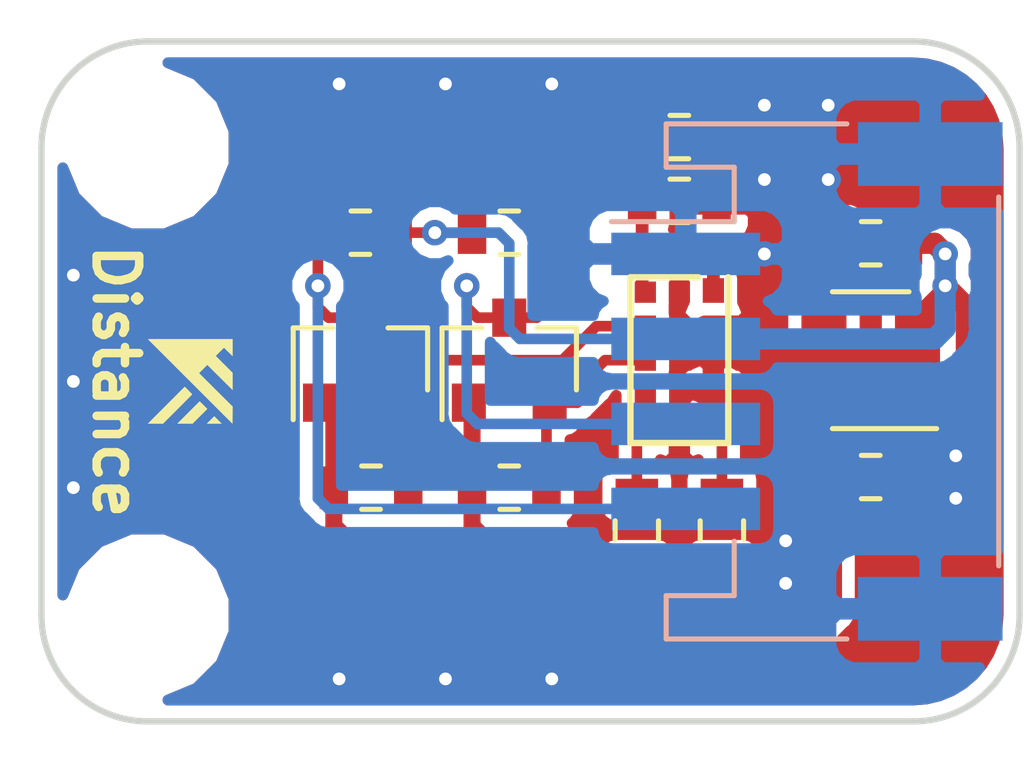
<source format=kicad_pcb>
(kicad_pcb (version 20171130) (host pcbnew 5.0.0-rc2-dev-unknown-r12304-fabbc48b)

  (general
    (thickness 1.6)
    (drawings 9)
    (tracks 133)
    (zones 0)
    (modules 18)
    (nets 10)
  )

  (page A4)
  (layers
    (0 F.Cu signal)
    (31 B.Cu signal)
    (32 B.Adhes user)
    (33 F.Adhes user)
    (34 B.Paste user)
    (35 F.Paste user)
    (36 B.SilkS user)
    (37 F.SilkS user)
    (38 B.Mask user)
    (39 F.Mask user)
    (40 Dwgs.User user)
    (41 Cmts.User user)
    (42 Eco1.User user)
    (43 Eco2.User user)
    (44 Edge.Cuts user)
    (45 Margin user)
    (46 B.CrtYd user)
    (47 F.CrtYd user)
    (48 B.Fab user)
    (49 F.Fab user hide)
  )

  (setup
    (last_trace_width 0.25)
    (user_trace_width 0.15)
    (user_trace_width 0.2)
    (user_trace_width 0.25)
    (user_trace_width 0.3)
    (user_trace_width 0.35)
    (user_trace_width 0.4)
    (user_trace_width 0.5)
    (trace_clearance 0.2)
    (zone_clearance 0.3)
    (zone_45_only no)
    (trace_min 0.15)
    (segment_width 0.2)
    (edge_width 0.15)
    (via_size 0.6)
    (via_drill 0.3)
    (via_min_size 0.6)
    (via_min_drill 0.3)
    (user_via 0.6 0.3)
    (uvia_size 0.3)
    (uvia_drill 0.1)
    (uvias_allowed no)
    (uvia_min_size 0.2)
    (uvia_min_drill 0.1)
    (pcb_text_width 0.3)
    (pcb_text_size 1.5 1.5)
    (mod_edge_width 0.15)
    (mod_text_size 1 1)
    (mod_text_width 0.15)
    (pad_size 1.5 3.4)
    (pad_drill 0)
    (pad_to_mask_clearance 0.2)
    (aux_axis_origin 0 0)
    (visible_elements 7FFFFFFF)
    (pcbplotparams
      (layerselection 0x010fc_ffffffff)
      (usegerberextensions false)
      (usegerberattributes false)
      (usegerberadvancedattributes false)
      (creategerberjobfile false)
      (excludeedgelayer true)
      (linewidth 0.100000)
      (plotframeref false)
      (viasonmask false)
      (mode 1)
      (useauxorigin false)
      (hpglpennumber 1)
      (hpglpenspeed 20)
      (hpglpendiameter 15)
      (psnegative false)
      (psa4output false)
      (plotreference true)
      (plotvalue true)
      (plotinvisibletext false)
      (padsonsilk false)
      (subtractmaskfromsilk false)
      (outputformat 1)
      (mirror false)
      (drillshape 0)
      (scaleselection 1)
      (outputdirectory gerber/))
  )

  (net 0 "")
  (net 1 GND)
  (net 2 VCC)
  (net 3 SDA)
  (net 4 SCL)
  (net 5 SDA_S)
  (net 6 SCL_S)
  (net 7 +3V3)
  (net 8 "Net-(R1-Pad2)")
  (net 9 "Net-(R6-Pad2)")

  (net_class Default "This is the default net class."
    (clearance 0.2)
    (trace_width 0.25)
    (via_dia 0.6)
    (via_drill 0.3)
    (uvia_dia 0.3)
    (uvia_drill 0.1)
    (add_net +3V3)
    (add_net GND)
    (add_net "Net-(R1-Pad2)")
    (add_net "Net-(R6-Pad2)")
    (add_net SCL)
    (add_net SCL_S)
    (add_net SDA)
    (add_net SDA_S)
    (add_net VCC)
  )

  (module MountingHole:MountingHole_3.2mm_M3 locked (layer F.Cu) (tedit 5BE32D30) (tstamp 5BE33D85)
    (at 132.5 111)
    (descr "Mounting Hole 3.2mm, no annular, M3")
    (tags "mounting hole 3.2mm no annular m3")
    (attr virtual)
    (fp_text reference REF** (at 0 -4.2) (layer F.SilkS) hide
      (effects (font (size 1 1) (thickness 0.15)))
    )
    (fp_text value MountingHole_3.2mm_M3 (at 0 4.2) (layer F.Fab)
      (effects (font (size 1 1) (thickness 0.15)))
    )
    (fp_text user %R (at 0.3 0) (layer F.Fab)
      (effects (font (size 1 1) (thickness 0.15)))
    )
    (fp_circle (center 0 0) (end 3.2 0) (layer Cmts.User) (width 0.15))
    (fp_circle (center 0 0) (end 3.45 0) (layer F.CrtYd) (width 0.05))
    (pad 1 np_thru_hole circle (at 0 0) (size 3.2 3.2) (drill 3.2) (layers *.Cu *.Mask))
  )

  (module Package_TO_SOT_SMD:SOT-23 (layer F.Cu) (tedit 5ABE519D) (tstamp 5ACECE0A)
    (at 141 105 90)
    (descr "SOT-23, Standard")
    (tags SOT-23)
    (path /5ABEAC8D)
    (attr smd)
    (fp_text reference Q1 (at 0 -2.5 90) (layer F.SilkS) hide
      (effects (font (size 1 1) (thickness 0.15)))
    )
    (fp_text value BSS138 (at 0 2.5 90) (layer F.Fab)
      (effects (font (size 1 1) (thickness 0.15)))
    )
    (fp_text user %R (at 0 0 -180) (layer F.Fab)
      (effects (font (size 0.5 0.5) (thickness 0.075)))
    )
    (fp_line (start -0.7 -0.95) (end -0.7 1.5) (layer F.Fab) (width 0.1))
    (fp_line (start -0.15 -1.52) (end 0.7 -1.52) (layer F.Fab) (width 0.1))
    (fp_line (start -0.7 -0.95) (end -0.15 -1.52) (layer F.Fab) (width 0.1))
    (fp_line (start 0.7 -1.52) (end 0.7 1.52) (layer F.Fab) (width 0.1))
    (fp_line (start -0.7 1.52) (end 0.7 1.52) (layer F.Fab) (width 0.1))
    (fp_line (start 0.76 1.58) (end 0.76 0.65) (layer F.SilkS) (width 0.12))
    (fp_line (start 0.76 -1.58) (end 0.76 -0.65) (layer F.SilkS) (width 0.12))
    (fp_line (start -1.7 -1.75) (end 1.7 -1.75) (layer F.CrtYd) (width 0.05))
    (fp_line (start 1.7 -1.75) (end 1.7 1.75) (layer F.CrtYd) (width 0.05))
    (fp_line (start 1.7 1.75) (end -1.7 1.75) (layer F.CrtYd) (width 0.05))
    (fp_line (start -1.7 1.75) (end -1.7 -1.75) (layer F.CrtYd) (width 0.05))
    (fp_line (start 0.76 -1.58) (end -1.4 -1.58) (layer F.SilkS) (width 0.12))
    (fp_line (start 0.76 1.58) (end -0.7 1.58) (layer F.SilkS) (width 0.12))
    (pad 1 smd rect (at -1 -0.95 90) (size 0.9 0.8) (layers F.Cu F.Paste F.Mask)
      (net 7 +3V3))
    (pad 2 smd rect (at -1 0.95 90) (size 0.9 0.8) (layers F.Cu F.Paste F.Mask)
      (net 5 SDA_S))
    (pad 3 smd rect (at 1 0 90) (size 0.9 0.8) (layers F.Cu F.Paste F.Mask)
      (net 3 SDA))
    (model ${KISYS3DMOD}/Package_TO_SOT_SMD.3dshapes/SOT-23.wrl
      (at (xyz 0 0 0))
      (scale (xyz 1 1 1))
      (rotate (xyz 0 0 0))
    )
  )

  (module Package_TO_SOT_SMD:SOT-23 (layer F.Cu) (tedit 5ABE518E) (tstamp 5ACEC36E)
    (at 137.5 105 90)
    (descr "SOT-23, Standard")
    (tags SOT-23)
    (path /5ABEAF9B)
    (attr smd)
    (fp_text reference Q2 (at 0 -2.5 90) (layer F.SilkS) hide
      (effects (font (size 1 1) (thickness 0.15)))
    )
    (fp_text value BSS138 (at 0 2.5 90) (layer F.Fab)
      (effects (font (size 1 1) (thickness 0.15)))
    )
    (fp_line (start 0.76 1.58) (end -0.7 1.58) (layer F.SilkS) (width 0.12))
    (fp_line (start 0.76 -1.58) (end -1.4 -1.58) (layer F.SilkS) (width 0.12))
    (fp_line (start -1.7 1.75) (end -1.7 -1.75) (layer F.CrtYd) (width 0.05))
    (fp_line (start 1.7 1.75) (end -1.7 1.75) (layer F.CrtYd) (width 0.05))
    (fp_line (start 1.7 -1.75) (end 1.7 1.75) (layer F.CrtYd) (width 0.05))
    (fp_line (start -1.7 -1.75) (end 1.7 -1.75) (layer F.CrtYd) (width 0.05))
    (fp_line (start 0.76 -1.58) (end 0.76 -0.65) (layer F.SilkS) (width 0.12))
    (fp_line (start 0.76 1.58) (end 0.76 0.65) (layer F.SilkS) (width 0.12))
    (fp_line (start -0.7 1.52) (end 0.7 1.52) (layer F.Fab) (width 0.1))
    (fp_line (start 0.7 -1.52) (end 0.7 1.52) (layer F.Fab) (width 0.1))
    (fp_line (start -0.7 -0.95) (end -0.15 -1.52) (layer F.Fab) (width 0.1))
    (fp_line (start -0.15 -1.52) (end 0.7 -1.52) (layer F.Fab) (width 0.1))
    (fp_line (start -0.7 -0.95) (end -0.7 1.5) (layer F.Fab) (width 0.1))
    (fp_text user %R (at 0 0 -180) (layer F.Fab)
      (effects (font (size 0.5 0.5) (thickness 0.075)))
    )
    (pad 3 smd rect (at 1 0 90) (size 0.9 0.8) (layers F.Cu F.Paste F.Mask)
      (net 4 SCL))
    (pad 2 smd rect (at -1 0.95 90) (size 0.9 0.8) (layers F.Cu F.Paste F.Mask)
      (net 6 SCL_S))
    (pad 1 smd rect (at -1 -0.95 90) (size 0.9 0.8) (layers F.Cu F.Paste F.Mask)
      (net 7 +3V3))
    (model ${KISYS3DMOD}/Package_TO_SOT_SMD.3dshapes/SOT-23.wrl
      (at (xyz 0 0 0))
      (scale (xyz 1 1 1))
      (rotate (xyz 0 0 0))
    )
  )

  (module Package_TO_SOT_SMD:SOT-23-5 (layer F.Cu) (tedit 5ABE5182) (tstamp 5ACEBD60)
    (at 149.5 105 180)
    (descr "5-pin SOT23 package")
    (tags SOT-23-5)
    (path /5ABFA087)
    (attr smd)
    (fp_text reference U2 (at 0 -2.9 180) (layer F.SilkS) hide
      (effects (font (size 1 1) (thickness 0.15)))
    )
    (fp_text value AP2127K-3.3 (at 0 2.9 180) (layer F.Fab)
      (effects (font (size 1 1) (thickness 0.15)))
    )
    (fp_text user %R (at 0 0 -90) (layer F.Fab)
      (effects (font (size 0.5 0.5) (thickness 0.075)))
    )
    (fp_line (start -0.9 1.61) (end 0.9 1.61) (layer F.SilkS) (width 0.12))
    (fp_line (start 0.9 -1.61) (end -1.55 -1.61) (layer F.SilkS) (width 0.12))
    (fp_line (start -1.9 -1.8) (end 1.9 -1.8) (layer F.CrtYd) (width 0.05))
    (fp_line (start 1.9 -1.8) (end 1.9 1.8) (layer F.CrtYd) (width 0.05))
    (fp_line (start 1.9 1.8) (end -1.9 1.8) (layer F.CrtYd) (width 0.05))
    (fp_line (start -1.9 1.8) (end -1.9 -1.8) (layer F.CrtYd) (width 0.05))
    (fp_line (start -0.9 -0.9) (end -0.25 -1.55) (layer F.Fab) (width 0.1))
    (fp_line (start 0.9 -1.55) (end -0.25 -1.55) (layer F.Fab) (width 0.1))
    (fp_line (start -0.9 -0.9) (end -0.9 1.55) (layer F.Fab) (width 0.1))
    (fp_line (start 0.9 1.55) (end -0.9 1.55) (layer F.Fab) (width 0.1))
    (fp_line (start 0.9 -1.55) (end 0.9 1.55) (layer F.Fab) (width 0.1))
    (pad 1 smd rect (at -1.1 -0.95 180) (size 1.06 0.65) (layers F.Cu F.Paste F.Mask)
      (net 2 VCC))
    (pad 2 smd rect (at -1.1 0 180) (size 1.06 0.65) (layers F.Cu F.Paste F.Mask)
      (net 1 GND))
    (pad 3 smd rect (at -1.1 0.95 180) (size 1.06 0.65) (layers F.Cu F.Paste F.Mask)
      (net 2 VCC))
    (pad 4 smd rect (at 1.1 0.95 180) (size 1.06 0.65) (layers F.Cu F.Paste F.Mask))
    (pad 5 smd rect (at 1.1 -0.95 180) (size 1.06 0.65) (layers F.Cu F.Paste F.Mask)
      (net 7 +3V3))
    (model ${KISYS3DMOD}/Package_TO_SOT_SMD.3dshapes/SOT-23-5.wrl
      (at (xyz 0 0 0))
      (scale (xyz 1 1 1))
      (rotate (xyz 0 0 0))
    )
  )

  (module Capacitor_SMD:C_0603_1608Metric (layer F.Cu) (tedit 5B27C34E) (tstamp 5B5C9827)
    (at 145 99.75)
    (descr "Capacitor SMD 0603 (1608 Metric), square (rectangular) end terminal, IPC_7351 nominal, (Body size source: http://www.tortai-tech.com/upload/download/2011102023233369053.pdf), generated with kicad-footprint-generator")
    (tags capacitor)
    (path /5B27E6D4)
    (attr smd)
    (fp_text reference C1 (at 0 -1.65) (layer F.SilkS) hide
      (effects (font (size 1 1) (thickness 0.15)))
    )
    (fp_text value 4.7uF (at 0 1.65) (layer F.Fab)
      (effects (font (size 1 1) (thickness 0.15)))
    )
    (fp_text user %R (at 0 0) (layer F.Fab)
      (effects (font (size 0.5 0.5) (thickness 0.08)))
    )
    (fp_line (start 1.46 0.75) (end -1.46 0.75) (layer F.CrtYd) (width 0.05))
    (fp_line (start 1.46 -0.75) (end 1.46 0.75) (layer F.CrtYd) (width 0.05))
    (fp_line (start -1.46 -0.75) (end 1.46 -0.75) (layer F.CrtYd) (width 0.05))
    (fp_line (start -1.46 0.75) (end -1.46 -0.75) (layer F.CrtYd) (width 0.05))
    (fp_line (start -0.22 0.51) (end 0.22 0.51) (layer F.SilkS) (width 0.12))
    (fp_line (start -0.22 -0.51) (end 0.22 -0.51) (layer F.SilkS) (width 0.12))
    (fp_line (start 0.8 0.4) (end -0.8 0.4) (layer F.Fab) (width 0.1))
    (fp_line (start 0.8 -0.4) (end 0.8 0.4) (layer F.Fab) (width 0.1))
    (fp_line (start -0.8 -0.4) (end 0.8 -0.4) (layer F.Fab) (width 0.1))
    (fp_line (start -0.8 0.4) (end -0.8 -0.4) (layer F.Fab) (width 0.1))
    (pad 2 smd rect (at 0.875 0) (size 0.67 1) (layers F.Cu F.Paste F.Mask)
      (net 1 GND))
    (pad 1 smd rect (at -0.875 0) (size 0.67 1) (layers F.Cu F.Paste F.Mask)
      (net 7 +3V3))
    (model ${KISYS3DMOD}/Capacitor_SMD.3dshapes/C_0603_1608Metric.wrl
      (at (xyz 0 0 0))
      (scale (xyz 1 1 1))
      (rotate (xyz 0 0 0))
    )
  )

  (module Capacitor_SMD:C_0603_1608Metric (layer F.Cu) (tedit 5B27C341) (tstamp 5B5C9837)
    (at 145 101.25)
    (descr "Capacitor SMD 0603 (1608 Metric), square (rectangular) end terminal, IPC_7351 nominal, (Body size source: http://www.tortai-tech.com/upload/download/2011102023233369053.pdf), generated with kicad-footprint-generator")
    (tags capacitor)
    (path /5ABE2574)
    (attr smd)
    (fp_text reference C2 (at 0 -1.65) (layer F.SilkS) hide
      (effects (font (size 1 1) (thickness 0.15)))
    )
    (fp_text value 0.1uF (at 0 1.65) (layer F.Fab)
      (effects (font (size 1 1) (thickness 0.15)))
    )
    (fp_line (start -0.8 0.4) (end -0.8 -0.4) (layer F.Fab) (width 0.1))
    (fp_line (start -0.8 -0.4) (end 0.8 -0.4) (layer F.Fab) (width 0.1))
    (fp_line (start 0.8 -0.4) (end 0.8 0.4) (layer F.Fab) (width 0.1))
    (fp_line (start 0.8 0.4) (end -0.8 0.4) (layer F.Fab) (width 0.1))
    (fp_line (start -0.22 -0.51) (end 0.22 -0.51) (layer F.SilkS) (width 0.12))
    (fp_line (start -0.22 0.51) (end 0.22 0.51) (layer F.SilkS) (width 0.12))
    (fp_line (start -1.46 0.75) (end -1.46 -0.75) (layer F.CrtYd) (width 0.05))
    (fp_line (start -1.46 -0.75) (end 1.46 -0.75) (layer F.CrtYd) (width 0.05))
    (fp_line (start 1.46 -0.75) (end 1.46 0.75) (layer F.CrtYd) (width 0.05))
    (fp_line (start 1.46 0.75) (end -1.46 0.75) (layer F.CrtYd) (width 0.05))
    (fp_text user %R (at 0 0) (layer F.Fab)
      (effects (font (size 0.5 0.5) (thickness 0.08)))
    )
    (pad 1 smd rect (at -0.875 0) (size 0.67 1) (layers F.Cu F.Paste F.Mask)
      (net 7 +3V3))
    (pad 2 smd rect (at 0.875 0) (size 0.67 1) (layers F.Cu F.Paste F.Mask)
      (net 1 GND))
    (model ${KISYS3DMOD}/Capacitor_SMD.3dshapes/C_0603_1608Metric.wrl
      (at (xyz 0 0 0))
      (scale (xyz 1 1 1))
      (rotate (xyz 0 0 0))
    )
  )

  (module Capacitor_SMD:C_0603_1608Metric (layer F.Cu) (tedit 5B27C348) (tstamp 5B5C9847)
    (at 149.5 102.25 180)
    (descr "Capacitor SMD 0603 (1608 Metric), square (rectangular) end terminal, IPC_7351 nominal, (Body size source: http://www.tortai-tech.com/upload/download/2011102023233369053.pdf), generated with kicad-footprint-generator")
    (tags capacitor)
    (path /5ABFCA41)
    (attr smd)
    (fp_text reference C4 (at 0 -1.65 180) (layer F.SilkS) hide
      (effects (font (size 1 1) (thickness 0.15)))
    )
    (fp_text value 1uF (at 0 1.65 180) (layer F.Fab)
      (effects (font (size 1 1) (thickness 0.15)))
    )
    (fp_text user %R (at 0 0 180) (layer F.Fab)
      (effects (font (size 0.5 0.5) (thickness 0.08)))
    )
    (fp_line (start 1.46 0.75) (end -1.46 0.75) (layer F.CrtYd) (width 0.05))
    (fp_line (start 1.46 -0.75) (end 1.46 0.75) (layer F.CrtYd) (width 0.05))
    (fp_line (start -1.46 -0.75) (end 1.46 -0.75) (layer F.CrtYd) (width 0.05))
    (fp_line (start -1.46 0.75) (end -1.46 -0.75) (layer F.CrtYd) (width 0.05))
    (fp_line (start -0.22 0.51) (end 0.22 0.51) (layer F.SilkS) (width 0.12))
    (fp_line (start -0.22 -0.51) (end 0.22 -0.51) (layer F.SilkS) (width 0.12))
    (fp_line (start 0.8 0.4) (end -0.8 0.4) (layer F.Fab) (width 0.1))
    (fp_line (start 0.8 -0.4) (end 0.8 0.4) (layer F.Fab) (width 0.1))
    (fp_line (start -0.8 -0.4) (end 0.8 -0.4) (layer F.Fab) (width 0.1))
    (fp_line (start -0.8 0.4) (end -0.8 -0.4) (layer F.Fab) (width 0.1))
    (pad 2 smd rect (at 0.875 0 180) (size 0.67 1) (layers F.Cu F.Paste F.Mask)
      (net 1 GND))
    (pad 1 smd rect (at -0.875 0 180) (size 0.67 1) (layers F.Cu F.Paste F.Mask)
      (net 2 VCC))
    (model ${KISYS3DMOD}/Capacitor_SMD.3dshapes/C_0603_1608Metric.wrl
      (at (xyz 0 0 0))
      (scale (xyz 1 1 1))
      (rotate (xyz 0 0 0))
    )
  )

  (module Capacitor_SMD:C_0603_1608Metric (layer F.Cu) (tedit 5B27C343) (tstamp 5B5C9857)
    (at 149.5 107.75)
    (descr "Capacitor SMD 0603 (1608 Metric), square (rectangular) end terminal, IPC_7351 nominal, (Body size source: http://www.tortai-tech.com/upload/download/2011102023233369053.pdf), generated with kicad-footprint-generator")
    (tags capacitor)
    (path /5AC0177F)
    (attr smd)
    (fp_text reference C5 (at 0 -1.65) (layer F.SilkS) hide
      (effects (font (size 1 1) (thickness 0.15)))
    )
    (fp_text value 1uF (at 0 1.65) (layer F.Fab)
      (effects (font (size 1 1) (thickness 0.15)))
    )
    (fp_line (start -0.8 0.4) (end -0.8 -0.4) (layer F.Fab) (width 0.1))
    (fp_line (start -0.8 -0.4) (end 0.8 -0.4) (layer F.Fab) (width 0.1))
    (fp_line (start 0.8 -0.4) (end 0.8 0.4) (layer F.Fab) (width 0.1))
    (fp_line (start 0.8 0.4) (end -0.8 0.4) (layer F.Fab) (width 0.1))
    (fp_line (start -0.22 -0.51) (end 0.22 -0.51) (layer F.SilkS) (width 0.12))
    (fp_line (start -0.22 0.51) (end 0.22 0.51) (layer F.SilkS) (width 0.12))
    (fp_line (start -1.46 0.75) (end -1.46 -0.75) (layer F.CrtYd) (width 0.05))
    (fp_line (start -1.46 -0.75) (end 1.46 -0.75) (layer F.CrtYd) (width 0.05))
    (fp_line (start 1.46 -0.75) (end 1.46 0.75) (layer F.CrtYd) (width 0.05))
    (fp_line (start 1.46 0.75) (end -1.46 0.75) (layer F.CrtYd) (width 0.05))
    (fp_text user %R (at 0 0) (layer F.Fab)
      (effects (font (size 0.5 0.5) (thickness 0.08)))
    )
    (pad 1 smd rect (at -0.875 0) (size 0.67 1) (layers F.Cu F.Paste F.Mask)
      (net 7 +3V3))
    (pad 2 smd rect (at 0.875 0) (size 0.67 1) (layers F.Cu F.Paste F.Mask)
      (net 1 GND))
    (model ${KISYS3DMOD}/Capacitor_SMD.3dshapes/C_0603_1608Metric.wrl
      (at (xyz 0 0 0))
      (scale (xyz 1 1 1))
      (rotate (xyz 0 0 0))
    )
  )

  (module Resistor_SMD:R_0603_1608Metric (layer F.Cu) (tedit 5B27C31F) (tstamp 5B5C9BE8)
    (at 144 109 90)
    (descr "Resistor SMD 0603 (1608 Metric), square (rectangular) end terminal, IPC_7351 nominal, (Body size source: http://www.tortai-tech.com/upload/download/2011102023233369053.pdf), generated with kicad-footprint-generator")
    (tags resistor)
    (path /5B29A87D)
    (attr smd)
    (fp_text reference R1 (at 0 -1.65 90) (layer F.SilkS) hide
      (effects (font (size 1 1) (thickness 0.15)))
    )
    (fp_text value 10k (at 0 1.65 90) (layer F.Fab)
      (effects (font (size 1 1) (thickness 0.15)))
    )
    (fp_line (start -0.8 0.4) (end -0.8 -0.4) (layer F.Fab) (width 0.1))
    (fp_line (start -0.8 -0.4) (end 0.8 -0.4) (layer F.Fab) (width 0.1))
    (fp_line (start 0.8 -0.4) (end 0.8 0.4) (layer F.Fab) (width 0.1))
    (fp_line (start 0.8 0.4) (end -0.8 0.4) (layer F.Fab) (width 0.1))
    (fp_line (start -0.22 -0.51) (end 0.22 -0.51) (layer F.SilkS) (width 0.12))
    (fp_line (start -0.22 0.51) (end 0.22 0.51) (layer F.SilkS) (width 0.12))
    (fp_line (start -1.46 0.75) (end -1.46 -0.75) (layer F.CrtYd) (width 0.05))
    (fp_line (start -1.46 -0.75) (end 1.46 -0.75) (layer F.CrtYd) (width 0.05))
    (fp_line (start 1.46 -0.75) (end 1.46 0.75) (layer F.CrtYd) (width 0.05))
    (fp_line (start 1.46 0.75) (end -1.46 0.75) (layer F.CrtYd) (width 0.05))
    (fp_text user %R (at 0 0 90) (layer F.Fab)
      (effects (font (size 0.5 0.5) (thickness 0.08)))
    )
    (pad 1 smd rect (at -0.875 0 90) (size 0.67 1) (layers F.Cu F.Paste F.Mask)
      (net 7 +3V3))
    (pad 2 smd rect (at 0.875 0 90) (size 0.67 1) (layers F.Cu F.Paste F.Mask)
      (net 8 "Net-(R1-Pad2)"))
    (model ${KISYS3DMOD}/Resistor_SMD.3dshapes/R_0603_1608Metric.wrl
      (at (xyz 0 0 0))
      (scale (xyz 1 1 1))
      (rotate (xyz 0 0 0))
    )
  )

  (module Resistor_SMD:R_0603_1608Metric (layer F.Cu) (tedit 5B27C332) (tstamp 5B5C9878)
    (at 141 102 180)
    (descr "Resistor SMD 0603 (1608 Metric), square (rectangular) end terminal, IPC_7351 nominal, (Body size source: http://www.tortai-tech.com/upload/download/2011102023233369053.pdf), generated with kicad-footprint-generator")
    (tags resistor)
    (path /5ABF1B9E)
    (attr smd)
    (fp_text reference R2 (at 0 -1.65 180) (layer F.SilkS) hide
      (effects (font (size 1 1) (thickness 0.15)))
    )
    (fp_text value 10k (at 0 1.65 180) (layer F.Fab)
      (effects (font (size 1 1) (thickness 0.15)))
    )
    (fp_line (start -0.8 0.4) (end -0.8 -0.4) (layer F.Fab) (width 0.1))
    (fp_line (start -0.8 -0.4) (end 0.8 -0.4) (layer F.Fab) (width 0.1))
    (fp_line (start 0.8 -0.4) (end 0.8 0.4) (layer F.Fab) (width 0.1))
    (fp_line (start 0.8 0.4) (end -0.8 0.4) (layer F.Fab) (width 0.1))
    (fp_line (start -0.22 -0.51) (end 0.22 -0.51) (layer F.SilkS) (width 0.12))
    (fp_line (start -0.22 0.51) (end 0.22 0.51) (layer F.SilkS) (width 0.12))
    (fp_line (start -1.46 0.75) (end -1.46 -0.75) (layer F.CrtYd) (width 0.05))
    (fp_line (start -1.46 -0.75) (end 1.46 -0.75) (layer F.CrtYd) (width 0.05))
    (fp_line (start 1.46 -0.75) (end 1.46 0.75) (layer F.CrtYd) (width 0.05))
    (fp_line (start 1.46 0.75) (end -1.46 0.75) (layer F.CrtYd) (width 0.05))
    (fp_text user %R (at 0 0 180) (layer F.Fab)
      (effects (font (size 0.5 0.5) (thickness 0.08)))
    )
    (pad 1 smd rect (at -0.875 0 180) (size 0.67 1) (layers F.Cu F.Paste F.Mask)
      (net 3 SDA))
    (pad 2 smd rect (at 0.875 0 180) (size 0.67 1) (layers F.Cu F.Paste F.Mask)
      (net 2 VCC))
    (model ${KISYS3DMOD}/Resistor_SMD.3dshapes/R_0603_1608Metric.wrl
      (at (xyz 0 0 0))
      (scale (xyz 1 1 1))
      (rotate (xyz 0 0 0))
    )
  )

  (module Resistor_SMD:R_0603_1608Metric (layer F.Cu) (tedit 5B27C33E) (tstamp 5B5C9888)
    (at 141 108 180)
    (descr "Resistor SMD 0603 (1608 Metric), square (rectangular) end terminal, IPC_7351 nominal, (Body size source: http://www.tortai-tech.com/upload/download/2011102023233369053.pdf), generated with kicad-footprint-generator")
    (tags resistor)
    (path /5ABEC103)
    (attr smd)
    (fp_text reference R3 (at 0 -1.65 180) (layer F.SilkS) hide
      (effects (font (size 1 1) (thickness 0.15)))
    )
    (fp_text value 10k (at 0 1.65 180) (layer F.Fab)
      (effects (font (size 1 1) (thickness 0.15)))
    )
    (fp_line (start -0.8 0.4) (end -0.8 -0.4) (layer F.Fab) (width 0.1))
    (fp_line (start -0.8 -0.4) (end 0.8 -0.4) (layer F.Fab) (width 0.1))
    (fp_line (start 0.8 -0.4) (end 0.8 0.4) (layer F.Fab) (width 0.1))
    (fp_line (start 0.8 0.4) (end -0.8 0.4) (layer F.Fab) (width 0.1))
    (fp_line (start -0.22 -0.51) (end 0.22 -0.51) (layer F.SilkS) (width 0.12))
    (fp_line (start -0.22 0.51) (end 0.22 0.51) (layer F.SilkS) (width 0.12))
    (fp_line (start -1.46 0.75) (end -1.46 -0.75) (layer F.CrtYd) (width 0.05))
    (fp_line (start -1.46 -0.75) (end 1.46 -0.75) (layer F.CrtYd) (width 0.05))
    (fp_line (start 1.46 -0.75) (end 1.46 0.75) (layer F.CrtYd) (width 0.05))
    (fp_line (start 1.46 0.75) (end -1.46 0.75) (layer F.CrtYd) (width 0.05))
    (fp_text user %R (at 0 0 180) (layer F.Fab)
      (effects (font (size 0.5 0.5) (thickness 0.08)))
    )
    (pad 1 smd rect (at -0.875 0 180) (size 0.67 1) (layers F.Cu F.Paste F.Mask)
      (net 5 SDA_S))
    (pad 2 smd rect (at 0.875 0 180) (size 0.67 1) (layers F.Cu F.Paste F.Mask)
      (net 7 +3V3))
    (model ${KISYS3DMOD}/Resistor_SMD.3dshapes/R_0603_1608Metric.wrl
      (at (xyz 0 0 0))
      (scale (xyz 1 1 1))
      (rotate (xyz 0 0 0))
    )
  )

  (module Resistor_SMD:R_0603_1608Metric (layer F.Cu) (tedit 5B27C32F) (tstamp 5B5C9898)
    (at 137.5 102)
    (descr "Resistor SMD 0603 (1608 Metric), square (rectangular) end terminal, IPC_7351 nominal, (Body size source: http://www.tortai-tech.com/upload/download/2011102023233369053.pdf), generated with kicad-footprint-generator")
    (tags resistor)
    (path /5ABF2EDC)
    (attr smd)
    (fp_text reference R4 (at 0 -1.65) (layer F.SilkS) hide
      (effects (font (size 1 1) (thickness 0.15)))
    )
    (fp_text value 10k (at 0 1.65) (layer F.Fab)
      (effects (font (size 1 1) (thickness 0.15)))
    )
    (fp_text user %R (at 0 0) (layer F.Fab)
      (effects (font (size 0.5 0.5) (thickness 0.08)))
    )
    (fp_line (start 1.46 0.75) (end -1.46 0.75) (layer F.CrtYd) (width 0.05))
    (fp_line (start 1.46 -0.75) (end 1.46 0.75) (layer F.CrtYd) (width 0.05))
    (fp_line (start -1.46 -0.75) (end 1.46 -0.75) (layer F.CrtYd) (width 0.05))
    (fp_line (start -1.46 0.75) (end -1.46 -0.75) (layer F.CrtYd) (width 0.05))
    (fp_line (start -0.22 0.51) (end 0.22 0.51) (layer F.SilkS) (width 0.12))
    (fp_line (start -0.22 -0.51) (end 0.22 -0.51) (layer F.SilkS) (width 0.12))
    (fp_line (start 0.8 0.4) (end -0.8 0.4) (layer F.Fab) (width 0.1))
    (fp_line (start 0.8 -0.4) (end 0.8 0.4) (layer F.Fab) (width 0.1))
    (fp_line (start -0.8 -0.4) (end 0.8 -0.4) (layer F.Fab) (width 0.1))
    (fp_line (start -0.8 0.4) (end -0.8 -0.4) (layer F.Fab) (width 0.1))
    (pad 2 smd rect (at 0.875 0) (size 0.67 1) (layers F.Cu F.Paste F.Mask)
      (net 2 VCC))
    (pad 1 smd rect (at -0.875 0) (size 0.67 1) (layers F.Cu F.Paste F.Mask)
      (net 4 SCL))
    (model ${KISYS3DMOD}/Resistor_SMD.3dshapes/R_0603_1608Metric.wrl
      (at (xyz 0 0 0))
      (scale (xyz 1 1 1))
      (rotate (xyz 0 0 0))
    )
  )

  (module Resistor_SMD:R_0603_1608Metric (layer F.Cu) (tedit 5B27C33C) (tstamp 5B5C98A8)
    (at 137.75 108 180)
    (descr "Resistor SMD 0603 (1608 Metric), square (rectangular) end terminal, IPC_7351 nominal, (Body size source: http://www.tortai-tech.com/upload/download/2011102023233369053.pdf), generated with kicad-footprint-generator")
    (tags resistor)
    (path /5ABED6AE)
    (attr smd)
    (fp_text reference R5 (at 0 -1.65 180) (layer F.SilkS) hide
      (effects (font (size 1 1) (thickness 0.15)))
    )
    (fp_text value 10k (at 0 1.65 180) (layer F.Fab)
      (effects (font (size 1 1) (thickness 0.15)))
    )
    (fp_text user %R (at 0 0 180) (layer F.Fab)
      (effects (font (size 0.5 0.5) (thickness 0.08)))
    )
    (fp_line (start 1.46 0.75) (end -1.46 0.75) (layer F.CrtYd) (width 0.05))
    (fp_line (start 1.46 -0.75) (end 1.46 0.75) (layer F.CrtYd) (width 0.05))
    (fp_line (start -1.46 -0.75) (end 1.46 -0.75) (layer F.CrtYd) (width 0.05))
    (fp_line (start -1.46 0.75) (end -1.46 -0.75) (layer F.CrtYd) (width 0.05))
    (fp_line (start -0.22 0.51) (end 0.22 0.51) (layer F.SilkS) (width 0.12))
    (fp_line (start -0.22 -0.51) (end 0.22 -0.51) (layer F.SilkS) (width 0.12))
    (fp_line (start 0.8 0.4) (end -0.8 0.4) (layer F.Fab) (width 0.1))
    (fp_line (start 0.8 -0.4) (end 0.8 0.4) (layer F.Fab) (width 0.1))
    (fp_line (start -0.8 -0.4) (end 0.8 -0.4) (layer F.Fab) (width 0.1))
    (fp_line (start -0.8 0.4) (end -0.8 -0.4) (layer F.Fab) (width 0.1))
    (pad 2 smd rect (at 0.875 0 180) (size 0.67 1) (layers F.Cu F.Paste F.Mask)
      (net 7 +3V3))
    (pad 1 smd rect (at -0.875 0 180) (size 0.67 1) (layers F.Cu F.Paste F.Mask)
      (net 6 SCL_S))
    (model ${KISYS3DMOD}/Resistor_SMD.3dshapes/R_0603_1608Metric.wrl
      (at (xyz 0 0 0))
      (scale (xyz 1 1 1))
      (rotate (xyz 0 0 0))
    )
  )

  (module Resistor_SMD:R_0603_1608Metric (layer F.Cu) (tedit 5B27C32B) (tstamp 5B5C992C)
    (at 146 109 90)
    (descr "Resistor SMD 0603 (1608 Metric), square (rectangular) end terminal, IPC_7351 nominal, (Body size source: http://www.tortai-tech.com/upload/download/2011102023233369053.pdf), generated with kicad-footprint-generator")
    (tags resistor)
    (path /5B29BF03)
    (attr smd)
    (fp_text reference R6 (at 0 -1.65 90) (layer F.SilkS) hide
      (effects (font (size 1 1) (thickness 0.15)))
    )
    (fp_text value 10k (at 0 1.65 90) (layer F.Fab)
      (effects (font (size 1 1) (thickness 0.15)))
    )
    (fp_text user %R (at 0 0 90) (layer F.Fab)
      (effects (font (size 0.5 0.5) (thickness 0.08)))
    )
    (fp_line (start 1.46 0.75) (end -1.46 0.75) (layer F.CrtYd) (width 0.05))
    (fp_line (start 1.46 -0.75) (end 1.46 0.75) (layer F.CrtYd) (width 0.05))
    (fp_line (start -1.46 -0.75) (end 1.46 -0.75) (layer F.CrtYd) (width 0.05))
    (fp_line (start -1.46 0.75) (end -1.46 -0.75) (layer F.CrtYd) (width 0.05))
    (fp_line (start -0.22 0.51) (end 0.22 0.51) (layer F.SilkS) (width 0.12))
    (fp_line (start -0.22 -0.51) (end 0.22 -0.51) (layer F.SilkS) (width 0.12))
    (fp_line (start 0.8 0.4) (end -0.8 0.4) (layer F.Fab) (width 0.1))
    (fp_line (start 0.8 -0.4) (end 0.8 0.4) (layer F.Fab) (width 0.1))
    (fp_line (start -0.8 -0.4) (end 0.8 -0.4) (layer F.Fab) (width 0.1))
    (fp_line (start -0.8 0.4) (end -0.8 -0.4) (layer F.Fab) (width 0.1))
    (pad 2 smd rect (at 0.875 0 90) (size 0.67 1) (layers F.Cu F.Paste F.Mask)
      (net 9 "Net-(R6-Pad2)"))
    (pad 1 smd rect (at -0.875 0 90) (size 0.67 1) (layers F.Cu F.Paste F.Mask)
      (net 7 +3V3))
    (model ${KISYS3DMOD}/Resistor_SMD.3dshapes/R_0603_1608Metric.wrl
      (at (xyz 0 0 0))
      (scale (xyz 1 1 1))
      (rotate (xyz 0 0 0))
    )
  )

  (module GiraffeTech-ST:VL53L0X locked (layer F.Cu) (tedit 5B27C337) (tstamp 5BE3387B)
    (at 145 105 90)
    (path /5B27D9AC)
    (fp_text reference U1 (at 0 -1.95 90) (layer F.SilkS) hide
      (effects (font (size 1 1) (thickness 0.15)))
    )
    (fp_text value VL53L0X (at 0 2.05 90) (layer F.Fab)
      (effects (font (size 1 1) (thickness 0.15)))
    )
    (fp_line (start -1.95 -1.15) (end 1.95 -1.15) (layer F.SilkS) (width 0.15))
    (fp_line (start 1.95 -1.15) (end 1.95 0.45) (layer F.SilkS) (width 0.15))
    (fp_line (start -1.95 -1.15) (end -1.95 1.15) (layer F.SilkS) (width 0.15))
    (fp_line (start -1.95 1.15) (end 1.95 1.15) (layer F.SilkS) (width 0.15))
    (pad 1 smd rect (at 1.64 0.8 90) (size 0.58 0.5) (layers F.Cu F.Paste F.Mask)
      (net 7 +3V3))
    (pad 12 smd rect (at 1.6 0 90) (size 0.5 0.5) (layers F.Cu F.Paste F.Mask)
      (net 1 GND))
    (pad 11 smd rect (at 1.6 -0.8 90) (size 0.5 0.5) (layers F.Cu F.Paste F.Mask)
      (net 7 +3V3))
    (pad 7 smd rect (at -1.6 -0.8 90) (size 0.5 0.5) (layers F.Cu F.Paste F.Mask)
      (net 8 "Net-(R1-Pad2)"))
    (pad 6 smd rect (at -1.6 0 90) (size 0.5 0.5) (layers F.Cu F.Paste F.Mask)
      (net 1 GND))
    (pad 5 smd rect (at -1.6 0.8 90) (size 0.5 0.5) (layers F.Cu F.Paste F.Mask)
      (net 9 "Net-(R6-Pad2)"))
    (pad 2 smd rect (at 0.8 0.8 90) (size 0.5 0.5) (layers F.Cu F.Paste F.Mask)
      (net 1 GND))
    (pad 3 smd rect (at 0 0.8 90) (size 0.5 0.5) (layers F.Cu F.Paste F.Mask)
      (net 1 GND))
    (pad 4 smd rect (at -0.8 0.8 90) (size 0.5 0.5) (layers F.Cu F.Paste F.Mask)
      (net 1 GND))
    (pad 10 smd rect (at 0.8 -0.8 90) (size 0.5 0.5) (layers F.Cu F.Paste F.Mask)
      (net 6 SCL_S))
    (pad 9 smd rect (at 0 -0.8 90) (size 0.5 0.5) (layers F.Cu F.Paste F.Mask)
      (net 5 SDA_S))
    (pad 8 smd rect (at -0.8 -0.8 90) (size 0.5 0.5) (layers F.Cu F.Paste F.Mask))
  )

  (module GiraffeTech-Utility:MakerPlayground_logo_2x2mm (layer F.Cu) (tedit 0) (tstamp 5B712859)
    (at 133.5 105.5 270)
    (fp_text reference G*** (at 0 0 270) (layer F.SilkS) hide
      (effects (font (size 1.524 1.524) (thickness 0.3)))
    )
    (fp_text value LOGO (at 0.75 0 270) (layer F.SilkS) hide
      (effects (font (size 1.524 1.524) (thickness 0.3)))
    )
    (fp_poly (pts (xy 0.992188 -0.564543) (xy 0.992164 -0.528929) (xy 0.992097 -0.495895) (xy 0.991991 -0.466261)
      (xy 0.991852 -0.440843) (xy 0.991684 -0.420459) (xy 0.991492 -0.405926) (xy 0.991282 -0.398062)
      (xy 0.99116 -0.396875) (xy 0.988207 -0.399571) (xy 0.980351 -0.407199) (xy 0.968291 -0.419067)
      (xy 0.952725 -0.434484) (xy 0.934354 -0.452758) (xy 0.913876 -0.4732) (xy 0.906847 -0.480231)
      (xy 0.823563 -0.563586) (xy 0.907875 -0.647899) (xy 0.992188 -0.732211) (xy 0.992188 -0.564543)) (layer F.SilkS) (width 0.01))
    (fp_poly (pts (xy 0.992272 -0.049513) (xy 0.991238 0.124084) (xy 0.990203 0.297682) (xy 0.731231 0.038685)
      (xy 0.472259 -0.220311) (xy 0.559597 -0.307581) (xy 0.646934 -0.394851) (xy 0.992272 -0.049513)) (layer F.SilkS) (width 0.01))
    (fp_poly (pts (xy 0.306845 -0.036934) (xy 0.315366 -0.028902) (xy 0.328804 -0.015931) (xy 0.346812 0.001638)
      (xy 0.369045 0.023463) (xy 0.39516 0.049204) (xy 0.424812 0.078521) (xy 0.457655 0.111071)
      (xy 0.493344 0.146515) (xy 0.531535 0.184511) (xy 0.571883 0.224719) (xy 0.614044 0.266798)
      (xy 0.649934 0.302669) (xy 0.992273 0.645025) (xy 0.990203 0.990203) (xy 0.559594 0.560703)
      (xy 0.128984 0.131202) (xy 0.214278 0.045757) (xy 0.235683 0.024442) (xy 0.255382 0.005068)
      (xy 0.272657 -0.011676) (xy 0.28679 -0.025103) (xy 0.297063 -0.034528) (xy 0.302757 -0.039261)
      (xy 0.303583 -0.039687) (xy 0.306845 -0.036934)) (layer F.SilkS) (width 0.01))
    (fp_poly (pts (xy 0.790777 -0.991434) (xy 0.988227 -0.990203) (xy -0.992187 0.990197) (xy -0.992187 -0.992187)
      (xy -0.601395 -0.992187) (xy -0.646963 -0.945555) (xy -0.665935 -0.926151) (xy -0.688266 -0.903332)
      (xy -0.711752 -0.879346) (xy -0.734194 -0.856442) (xy -0.745114 -0.845303) (xy -0.797697 -0.791685)
      (xy -0.698482 -0.692529) (xy -0.599266 -0.593373) (xy -0.399829 -0.79278) (xy -0.200393 -0.992187)
      (xy 0.195473 -0.992187) (xy -0.099139 -0.695955) (xy -0.39375 -0.399723) (xy -0.194618 -0.200591)
      (xy 0.199355 -0.596628) (xy 0.593328 -0.992663) (xy 0.790777 -0.991434)) (layer F.SilkS) (width 0.01))
  )

  (module Connector_JST:JST_PH_S4B-PH-SM4-TB_1x04-1MP_P2.00mm_Horizontal locked (layer B.Cu) (tedit 5BE33115) (tstamp 5B573AD3)
    (at 148 105.5 270)
    (descr "JST PH series connector, S4B-PH-SM4-TB (http://www.jst-mfg.com/product/pdf/eng/ePH.pdf), generated with kicad-footprint-generator")
    (tags "connector JST PH top entry")
    (path /5ABE0088)
    (attr smd)
    (fp_text reference J1 (at 0 5.8 270) (layer B.SilkS) hide
      (effects (font (size 1 1) (thickness 0.15)) (justify mirror))
    )
    (fp_text value Connector (at 0 -5.8 270) (layer B.Fab) hide
      (effects (font (size 1 1) (thickness 0.15)) (justify mirror))
    )
    (fp_line (start -5.95 3.2) (end -5.15 3.2) (layer B.Fab) (width 0.1))
    (fp_line (start -5.15 3.2) (end -5.15 1.6) (layer B.Fab) (width 0.1))
    (fp_line (start -5.15 1.6) (end 5.15 1.6) (layer B.Fab) (width 0.1))
    (fp_line (start 5.15 1.6) (end 5.15 3.2) (layer B.Fab) (width 0.1))
    (fp_line (start 5.15 3.2) (end 5.95 3.2) (layer B.Fab) (width 0.1))
    (fp_line (start -6.06 -0.94) (end -6.06 3.31) (layer B.SilkS) (width 0.12))
    (fp_line (start -6.06 3.31) (end -5.04 3.31) (layer B.SilkS) (width 0.12))
    (fp_line (start -5.04 3.31) (end -5.04 1.71) (layer B.SilkS) (width 0.12))
    (fp_line (start -5.04 1.71) (end -3.76 1.71) (layer B.SilkS) (width 0.12))
    (fp_line (start -3.76 1.71) (end -3.76 4.6) (layer B.SilkS) (width 0.12))
    (fp_line (start 6.06 -0.94) (end 6.06 3.31) (layer B.SilkS) (width 0.12))
    (fp_line (start 6.06 3.31) (end 5.04 3.31) (layer B.SilkS) (width 0.12))
    (fp_line (start 5.04 3.31) (end 5.04 1.71) (layer B.SilkS) (width 0.12))
    (fp_line (start 5.04 1.71) (end 3.76 1.71) (layer B.SilkS) (width 0.12))
    (fp_line (start -4.34 -4.51) (end 4.34 -4.51) (layer B.SilkS) (width 0.12))
    (fp_line (start -5.95 -4.4) (end 5.95 -4.4) (layer B.Fab) (width 0.1))
    (fp_line (start -5.95 3.2) (end -5.95 -4.4) (layer B.Fab) (width 0.1))
    (fp_line (start 5.95 3.2) (end 5.95 -4.4) (layer B.Fab) (width 0.1))
    (fp_line (start -6.6 5.1) (end -6.6 -5.1) (layer B.CrtYd) (width 0.05))
    (fp_line (start -6.6 -5.1) (end 6.6 -5.1) (layer B.CrtYd) (width 0.05))
    (fp_line (start 6.6 -5.1) (end 6.6 5.1) (layer B.CrtYd) (width 0.05))
    (fp_line (start 6.6 5.1) (end -6.6 5.1) (layer B.CrtYd) (width 0.05))
    (fp_line (start -3.5 1.6) (end -3 0.892893) (layer B.Fab) (width 0.1))
    (fp_line (start -3 0.892893) (end -2.5 1.6) (layer B.Fab) (width 0.1))
    (fp_text user %R (at 0 -1.5 270) (layer B.Fab) hide
      (effects (font (size 1 1) (thickness 0.15)) (justify mirror))
    )
    (pad 1 smd rect (at -3 2.85 270) (size 1 3.5) (layers B.Cu B.Paste B.Mask)
      (net 1 GND))
    (pad 2 smd rect (at -1 2.85 270) (size 1 3.5) (layers B.Cu B.Paste B.Mask)
      (net 2 VCC))
    (pad 3 smd rect (at 1 2.85 270) (size 1 3.5) (layers B.Cu B.Paste B.Mask)
      (net 3 SDA))
    (pad 4 smd rect (at 3 2.85 270) (size 1 3.5) (layers B.Cu B.Paste B.Mask)
      (net 4 SCL))
    (pad MP smd rect (at -5.35 -2.9 270) (size 1.5 3.4) (layers B.Cu B.Paste B.Mask)
      (net 1 GND))
    (pad MP smd rect (at 5.35 -2.9 270) (size 1.5 3.4) (layers B.Cu B.Paste B.Mask)
      (net 1 GND))
    (model ${KISYS3DMOD}/Connector_JST.3dshapes/JST_PH_S4B-PH-SM4-TB_1x04-1MP_P2.00mm_Horizontal.wrl
      (at (xyz 0 0 0))
      (scale (xyz 1 1 1))
      (rotate (xyz 0 0 0))
    )
  )

  (module MountingHole:MountingHole_3.2mm_M3 locked (layer F.Cu) (tedit 5BE32D33) (tstamp 5BE33D71)
    (at 132.5 100)
    (descr "Mounting Hole 3.2mm, no annular, M3")
    (tags "mounting hole 3.2mm no annular m3")
    (attr virtual)
    (fp_text reference REF** (at 0 -4.2) (layer F.SilkS) hide
      (effects (font (size 1 1) (thickness 0.15)))
    )
    (fp_text value MountingHole_3.2mm_M3 (at 0 4.2) (layer F.Fab)
      (effects (font (size 1 1) (thickness 0.15)))
    )
    (fp_circle (center 0 0) (end 3.45 0) (layer F.CrtYd) (width 0.05))
    (fp_circle (center 0 0) (end 3.2 0) (layer Cmts.User) (width 0.15))
    (fp_text user %R (at 0.3 0) (layer F.Fab)
      (effects (font (size 1 1) (thickness 0.15)))
    )
    (pad 1 np_thru_hole circle (at 0 0) (size 3.2 3.2) (drill 3.2) (layers *.Cu *.Mask))
  )

  (gr_arc (start 150.5 111) (end 150.5 113.5) (angle -90) (layer Edge.Cuts) (width 0.15))
  (gr_arc (start 150.5 100) (end 153 100) (angle -90) (layer Edge.Cuts) (width 0.15))
  (gr_arc (start 132.5 111) (end 130 111) (angle -90) (layer Edge.Cuts) (width 0.15))
  (gr_arc (start 132.5 100) (end 132.5 97.5) (angle -90) (layer Edge.Cuts) (width 0.15))
  (gr_line (start 153 111) (end 153 100) (layer Edge.Cuts) (width 0.15))
  (gr_line (start 130 100) (end 130 111) (layer Edge.Cuts) (width 0.15))
  (gr_line (start 132.5 97.5) (end 150.5 97.5) (layer Edge.Cuts) (width 0.15) (tstamp 5BE32698))
  (gr_line (start 132.5 113.5) (end 150.5 113.5) (layer Edge.Cuts) (width 0.15) (tstamp 5BE33940))
  (gr_text Distance (at 131.75 105.5 270) (layer F.SilkS) (tstamp 5ABE5498)
    (effects (font (size 1 1) (thickness 0.2)))
  )

  (via (at 142 112.5) (size 0.6) (drill 0.3) (layers F.Cu B.Cu) (net 1) (tstamp 5BE34434))
  (via (at 137 112.5) (size 0.6) (drill 0.3) (layers F.Cu B.Cu) (net 1) (tstamp 5BE34433) (status 1000000))
  (via (at 139.5 112.5) (size 0.6) (drill 0.3) (layers F.Cu B.Cu) (net 1) (tstamp 5BE34432) (status 1000000))
  (via (at 142 98.5) (size 0.6) (drill 0.3) (layers F.Cu B.Cu) (net 1) (tstamp 5BE3442B))
  (via (at 139.5 98.5) (size 0.6) (drill 0.3) (layers F.Cu B.Cu) (net 1) (tstamp 5BE3442A))
  (via (at 137 98.5) (size 0.6) (drill 0.3) (layers F.Cu B.Cu) (net 1) (tstamp 5BE34429))
  (via (at 130.75 108) (size 0.6) (drill 0.3) (layers F.Cu B.Cu) (net 1) (tstamp 5BE341B2))
  (via (at 130.75 103) (size 0.6) (drill 0.3) (layers F.Cu B.Cu) (net 1) (tstamp 5BE341AE))
  (via (at 130.75 105.5) (size 0.6) (drill 0.3) (layers F.Cu B.Cu) (net 1) (tstamp 5BE34186))
  (via (at 147.5 109.25) (size 0.6) (drill 0.3) (layers F.Cu B.Cu) (net 1) (tstamp 5BE33838))
  (via (at 147.5 110.25) (size 0.6) (drill 0.3) (layers F.Cu B.Cu) (net 1) (tstamp 5BE33837))
  (via (at 151.5 108.25) (size 0.6) (drill 0.3) (layers F.Cu B.Cu) (net 1) (tstamp 5BE337ED))
  (via (at 151.5 107.25) (size 0.6) (drill 0.3) (layers F.Cu B.Cu) (net 1) (tstamp 5BE33412))
  (via (at 147 102.5) (size 0.6) (drill 0.3) (layers F.Cu B.Cu) (net 1) (tstamp 5BE3340D))
  (via (at 147 100.75) (size 0.6) (drill 0.3) (layers F.Cu B.Cu) (net 1) (tstamp 5BE333E6))
  (via (at 148.5 100.75) (size 0.6) (drill 0.3) (layers F.Cu B.Cu) (net 1) (tstamp 5BE333E5))
  (via (at 148.5 99) (size 0.6) (drill 0.3) (layers F.Cu B.Cu) (net 1) (tstamp 5BE3339C))
  (via (at 147 99) (size 0.6) (drill 0.3) (layers F.Cu B.Cu) (net 1))
  (segment (start 145 106.6) (end 145 107.25) (width 0.25) (layer F.Cu) (net 1))
  (segment (start 145 103.4) (end 145 104.75) (width 0.25) (layer F.Cu) (net 1))
  (segment (start 145 104.75) (end 145.25 105) (width 0.25) (layer F.Cu) (net 1))
  (segment (start 145.25 105) (end 145.8 105) (width 0.25) (layer F.Cu) (net 1))
  (segment (start 146.45 104.2) (end 146.75 104.5) (width 0.25) (layer F.Cu) (net 1))
  (segment (start 145.8 104.2) (end 146.45 104.2) (width 0.25) (layer F.Cu) (net 1))
  (segment (start 146.5 105) (end 146.75 105.25) (width 0.25) (layer F.Cu) (net 1))
  (segment (start 145.8 105) (end 146.5 105) (width 0.25) (layer F.Cu) (net 1))
  (segment (start 146.75 104.5) (end 146.75 105.25) (width 0.25) (layer F.Cu) (net 1))
  (segment (start 146.55 105.8) (end 146.75 106) (width 0.25) (layer F.Cu) (net 1))
  (segment (start 145.8 105.8) (end 146.55 105.8) (width 0.25) (layer F.Cu) (net 1))
  (segment (start 146.75 105.25) (end 146.75 106) (width 0.25) (layer F.Cu) (net 1))
  (segment (start 146.75 106) (end 146.75 106.5) (width 0.25) (layer F.Cu) (net 1))
  (segment (start 140.75 102) (end 139.25 102) (width 0.25) (layer B.Cu) (net 2))
  (segment (start 141.25 104.5) (end 145.15 104.5) (width 0.25) (layer B.Cu) (net 2))
  (segment (start 141 104.25) (end 141.25 104.5) (width 0.25) (layer B.Cu) (net 2))
  (segment (start 141 102.25) (end 141 104.25) (width 0.25) (layer B.Cu) (net 2))
  (segment (start 140.75 102) (end 141 102.25) (width 0.25) (layer B.Cu) (net 2))
  (segment (start 139.25 102) (end 138.375 102) (width 0.25) (layer F.Cu) (net 2))
  (segment (start 139.25 102) (end 140.125 102) (width 0.25) (layer F.Cu) (net 2))
  (segment (start 150.375 102.25) (end 151 102.25) (width 0.5) (layer F.Cu) (net 2))
  (segment (start 151 102.25) (end 151.25 102.5) (width 0.5) (layer F.Cu) (net 2))
  (segment (start 151.25 102.5) (end 151.25 104.25) (width 0.5) (layer B.Cu) (net 2))
  (via (at 151.25 102.5) (size 0.6) (drill 0.3) (layers F.Cu B.Cu) (net 2))
  (segment (start 151.25 104.25) (end 151 104.5) (width 0.5) (layer B.Cu) (net 2))
  (segment (start 151.25 103.4) (end 150.6 104.05) (width 0.5) (layer F.Cu) (net 2))
  (segment (start 151 104.5) (end 145.15 104.5) (width 0.5) (layer B.Cu) (net 2))
  (segment (start 151.25 102.5) (end 151.25 103.4) (width 0.5) (layer F.Cu) (net 2))
  (segment (start 151.75 103.75) (end 151.25 103.25) (width 0.5) (layer F.Cu) (net 2))
  (segment (start 151.63 105.95) (end 151.75 105.83) (width 0.5) (layer F.Cu) (net 2))
  (segment (start 150.6 105.95) (end 151.63 105.95) (width 0.5) (layer F.Cu) (net 2))
  (segment (start 151.75 105.83) (end 151.75 103.75) (width 0.5) (layer F.Cu) (net 2))
  (via (at 139.25 102) (size 0.6) (drill 0.3) (layers F.Cu B.Cu) (net 2))
  (via (at 151.25 103.25) (size 0.6) (drill 0.3) (layers F.Cu B.Cu) (net 2))
  (segment (start 141 104) (end 141.65 104) (width 0.25) (layer F.Cu) (net 3))
  (segment (start 141.65 104) (end 141.875 103.775) (width 0.25) (layer F.Cu) (net 3))
  (segment (start 141.875 103.775) (end 141.875 102.75) (width 0.25) (layer F.Cu) (net 3))
  (segment (start 141.875 102.75) (end 141.875 102) (width 0.25) (layer F.Cu) (net 3))
  (segment (start 140.25 104) (end 141 104) (width 0.25) (layer F.Cu) (net 3))
  (segment (start 140 103.75) (end 140.25 104) (width 0.25) (layer F.Cu) (net 3))
  (segment (start 140 103.25) (end 140 103.75) (width 0.25) (layer F.Cu) (net 3))
  (segment (start 140 102.125) (end 140.125 102) (width 0.25) (layer F.Cu) (net 2))
  (segment (start 140 106.25) (end 140.25 106.5) (width 0.25) (layer B.Cu) (net 3))
  (segment (start 140 103.25) (end 140 106.25) (width 0.25) (layer B.Cu) (net 3))
  (segment (start 140.25 106.5) (end 145.15 106.5) (width 0.25) (layer B.Cu) (net 3))
  (via (at 140 103.25) (size 0.6) (drill 0.3) (layers F.Cu B.Cu) (net 3))
  (segment (start 136.5 103.25) (end 136.5 102.125) (width 0.25) (layer F.Cu) (net 4))
  (segment (start 136.5 102.125) (end 136.625 102) (width 0.25) (layer F.Cu) (net 4))
  (segment (start 136.75 104) (end 137.5 104) (width 0.25) (layer F.Cu) (net 4))
  (segment (start 136.5 103.75) (end 136.75 104) (width 0.25) (layer F.Cu) (net 4))
  (segment (start 136.5 103.25) (end 136.5 103.75) (width 0.25) (layer F.Cu) (net 4))
  (segment (start 136.5 108.25) (end 136.75 108.5) (width 0.25) (layer B.Cu) (net 4))
  (segment (start 136.5 103.25) (end 136.5 108.25) (width 0.25) (layer B.Cu) (net 4))
  (segment (start 136.75 108.5) (end 145.15 108.5) (width 0.25) (layer B.Cu) (net 4))
  (via (at 136.5 103.25) (size 0.6) (drill 0.3) (layers F.Cu B.Cu) (net 4))
  (segment (start 143 105.25) (end 143.25 105) (width 0.25) (layer F.Cu) (net 5))
  (segment (start 143.25 105) (end 144.2 105) (width 0.25) (layer F.Cu) (net 5))
  (segment (start 143 105.6) (end 143 105.25) (width 0.25) (layer F.Cu) (net 5))
  (segment (start 141.95 106) (end 142.6 106) (width 0.25) (layer F.Cu) (net 5))
  (segment (start 142.6 106) (end 143 105.6) (width 0.25) (layer F.Cu) (net 5))
  (segment (start 141.875 108) (end 141.875 106.075) (width 0.25) (layer F.Cu) (net 5))
  (segment (start 141.875 106.075) (end 141.95 106) (width 0.25) (layer F.Cu) (net 5))
  (segment (start 138.45 105.3) (end 138.75 105) (width 0.25) (layer F.Cu) (net 6))
  (segment (start 138.75 105) (end 142.25 105) (width 0.25) (layer F.Cu) (net 6))
  (segment (start 142.25 105) (end 143.05 104.2) (width 0.25) (layer F.Cu) (net 6))
  (segment (start 143.05 104.2) (end 144.2 104.2) (width 0.25) (layer F.Cu) (net 6))
  (segment (start 138.45 106) (end 138.45 105.3) (width 0.25) (layer F.Cu) (net 6))
  (segment (start 138.625 108) (end 138.625 106.175) (width 0.25) (layer F.Cu) (net 6))
  (segment (start 138.625 106.175) (end 138.45 106) (width 0.25) (layer F.Cu) (net 6))
  (segment (start 144.125 101.25) (end 144.125 100.625) (width 0.4) (layer F.Cu) (net 7))
  (segment (start 144.125 100.625) (end 144 100.5) (width 0.4) (layer F.Cu) (net 7))
  (segment (start 144.125 99.75) (end 144.125 100.375) (width 0.4) (layer F.Cu) (net 7))
  (segment (start 144.125 100.375) (end 144 100.5) (width 0.4) (layer F.Cu) (net 7))
  (segment (start 135.75 100.5) (end 135.5 100.75) (width 0.4) (layer F.Cu) (net 7))
  (segment (start 144 100.5) (end 135.75 100.5) (width 0.4) (layer F.Cu) (net 7))
  (segment (start 135.5 100.75) (end 135.5 109) (width 0.4) (layer F.Cu) (net 7))
  (segment (start 135.5 109) (end 135.75 109.25) (width 0.4) (layer F.Cu) (net 7))
  (segment (start 135.75 109.25) (end 137.225 109.25) (width 0.4) (layer F.Cu) (net 7))
  (segment (start 148.25 111.25) (end 146.5 111.25) (width 0.4) (layer F.Cu) (net 7))
  (segment (start 144.125 102.5) (end 144.125 103.325) (width 0.3) (layer F.Cu) (net 7))
  (segment (start 144.125 101.25) (end 144.125 102.5) (width 0.3) (layer F.Cu) (net 7))
  (segment (start 145.8 102.55) (end 145.75 102.5) (width 0.3) (layer F.Cu) (net 7))
  (segment (start 145.75 102.5) (end 144.125 102.5) (width 0.3) (layer F.Cu) (net 7))
  (segment (start 145.8 103.36) (end 145.8 102.55) (width 0.3) (layer F.Cu) (net 7))
  (segment (start 144.125 103.325) (end 144.2 103.4) (width 0.25) (layer F.Cu) (net 7))
  (segment (start 148.25 111.25) (end 148.625 110.875) (width 0.4) (layer F.Cu) (net 7))
  (segment (start 148.625 110.875) (end 148.625 107.75) (width 0.4) (layer F.Cu) (net 7))
  (segment (start 148.4 105.95) (end 148.4 107.525) (width 0.5) (layer F.Cu) (net 7))
  (segment (start 148.4 107.525) (end 148.625 107.75) (width 0.5) (layer F.Cu) (net 7))
  (segment (start 146 110.86) (end 146 109.875) (width 0.4) (layer F.Cu) (net 7))
  (segment (start 144 110.86) (end 144 109.875) (width 0.4) (layer F.Cu) (net 7))
  (segment (start 140.5 109.25) (end 137.225 109.25) (width 0.4) (layer F.Cu) (net 7))
  (segment (start 142 109.25) (end 140.5 109.25) (width 0.4) (layer F.Cu) (net 7))
  (segment (start 140.125 108.9) (end 140.475 109.25) (width 0.4) (layer F.Cu) (net 7))
  (segment (start 140.475 109.25) (end 140.5 109.25) (width 0.4) (layer F.Cu) (net 7))
  (segment (start 140.125 108) (end 140.125 108.9) (width 0.4) (layer F.Cu) (net 7))
  (segment (start 137.225 109.25) (end 136.875 108.9) (width 0.4) (layer F.Cu) (net 7))
  (segment (start 142.5 109.75) (end 142 109.25) (width 0.4) (layer F.Cu) (net 7))
  (segment (start 144.5 111.25) (end 143 111.25) (width 0.4) (layer F.Cu) (net 7))
  (segment (start 142.5 110.75) (end 142.5 109.75) (width 0.4) (layer F.Cu) (net 7))
  (segment (start 143 111.25) (end 142.5 110.75) (width 0.4) (layer F.Cu) (net 7))
  (segment (start 136.875 108.9) (end 136.875 108) (width 0.4) (layer F.Cu) (net 7))
  (segment (start 136.875 108) (end 136.875 106.325) (width 0.4) (layer F.Cu) (net 7))
  (segment (start 136.875 106.325) (end 136.55 106) (width 0.4) (layer F.Cu) (net 7))
  (segment (start 140.125 108) (end 140.125 106.075) (width 0.4) (layer F.Cu) (net 7))
  (segment (start 140.125 106.075) (end 140.05 106) (width 0.4) (layer F.Cu) (net 7))
  (segment (start 146.5 111.25) (end 144.5 111.25) (width 0.4) (layer F.Cu) (net 7))
  (segment (start 146.39 111.25) (end 146.5 111.25) (width 0.4) (layer F.Cu) (net 7))
  (segment (start 146 110.86) (end 146.39 111.25) (width 0.4) (layer F.Cu) (net 7))
  (segment (start 144.39 111.25) (end 144.5 111.25) (width 0.4) (layer F.Cu) (net 7))
  (segment (start 144 110.86) (end 144.39 111.25) (width 0.4) (layer F.Cu) (net 7))
  (segment (start 144 108.125) (end 144 106.8) (width 0.25) (layer F.Cu) (net 8))
  (segment (start 144 106.8) (end 144.2 106.6) (width 0.25) (layer F.Cu) (net 8))
  (segment (start 146 108.125) (end 146 106.8) (width 0.25) (layer F.Cu) (net 9))
  (segment (start 146 106.8) (end 145.8 106.6) (width 0.25) (layer F.Cu) (net 9))

  (zone (net 1) (net_name GND) (layer F.Cu) (tstamp 0) (hatch edge 0.508)
    (connect_pads (clearance 0.3))
    (min_thickness 0.254)
    (fill yes (arc_segments 16) (thermal_gap 0.4) (thermal_bridge_width 0.65))
    (polygon
      (pts
        (xy 130 97.5) (xy 153 97.5) (xy 153 113.5) (xy 130 113.5)
      )
    )
    (filled_polygon
      (pts
        (xy 150.812309 98.028131) (xy 151.11693 98.101264) (xy 151.406373 98.221155) (xy 151.673482 98.38484) (xy 151.911704 98.588301)
        (xy 152.11516 98.826517) (xy 152.278847 99.09363) (xy 152.398733 99.38306) (xy 152.471868 99.687687) (xy 152.498001 100.019742)
        (xy 152.498 110.980271) (xy 152.471868 111.312313) (xy 152.398733 111.61694) (xy 152.278847 111.90637) (xy 152.11516 112.173483)
        (xy 151.911704 112.411699) (xy 151.673482 112.61516) (xy 151.406373 112.778845) (xy 151.11693 112.898736) (xy 150.812309 112.971869)
        (xy 150.480271 112.998) (xy 132.973207 112.998) (xy 133.648203 112.718407) (xy 134.218407 112.148203) (xy 134.527 111.403195)
        (xy 134.527 110.596805) (xy 134.218407 109.851797) (xy 133.648203 109.281593) (xy 132.903195 108.973) (xy 132.096805 108.973)
        (xy 131.351797 109.281593) (xy 130.781593 109.851797) (xy 130.502 110.526793) (xy 130.502 100.473207) (xy 130.781593 101.148203)
        (xy 131.351797 101.718407) (xy 132.096805 102.027) (xy 132.903195 102.027) (xy 133.648203 101.718407) (xy 134.218407 101.148203)
        (xy 134.383348 100.75) (xy 134.860718 100.75) (xy 134.873 100.811746) (xy 134.873001 108.938249) (xy 134.860718 109)
        (xy 134.90938 109.244642) (xy 134.946164 109.299692) (xy 135.04796 109.452041) (xy 135.100308 109.487019) (xy 135.262979 109.64969)
        (xy 135.297959 109.702041) (xy 135.505357 109.84062) (xy 135.68825 109.877) (xy 135.688254 109.877) (xy 135.749999 109.889282)
        (xy 135.811744 109.877) (xy 137.163254 109.877) (xy 137.225 109.889282) (xy 137.286746 109.877) (xy 140.413254 109.877)
        (xy 140.475 109.889282) (xy 140.536746 109.877) (xy 141.740289 109.877) (xy 141.873001 110.009712) (xy 141.873 110.688253)
        (xy 141.860718 110.75) (xy 141.873 110.811746) (xy 141.873 110.811749) (xy 141.90938 110.994642) (xy 142.047959 111.202041)
        (xy 142.10031 111.237021) (xy 142.512979 111.64969) (xy 142.547959 111.702041) (xy 142.755357 111.84062) (xy 142.93825 111.877)
        (xy 142.938254 111.877) (xy 143 111.889282) (xy 143.061746 111.877) (xy 144.328254 111.877) (xy 144.389999 111.889282)
        (xy 144.451744 111.877) (xy 146.328254 111.877) (xy 146.389999 111.889282) (xy 146.451744 111.877) (xy 148.188254 111.877)
        (xy 148.25 111.889282) (xy 148.311746 111.877) (xy 148.31175 111.877) (xy 148.494643 111.84062) (xy 148.702041 111.702041)
        (xy 148.737021 111.64969) (xy 149.024691 111.36202) (xy 149.077041 111.327041) (xy 149.21562 111.119643) (xy 149.252 110.93675)
        (xy 149.252 110.936747) (xy 149.264282 110.875001) (xy 149.252 110.813255) (xy 149.252 108.568441) (xy 149.26785 108.55785)
        (xy 149.362225 108.416607) (xy 149.395365 108.25) (xy 149.395365 108.07975) (xy 149.513 108.07975) (xy 149.513 108.354827)
        (xy 149.593231 108.548521) (xy 149.741478 108.696769) (xy 149.935173 108.777) (xy 150.07575 108.777) (xy 150.2075 108.64525)
        (xy 150.2075 107.948) (xy 150.5425 107.948) (xy 150.5425 108.64525) (xy 150.67425 108.777) (xy 150.814827 108.777)
        (xy 151.008522 108.696769) (xy 151.156769 108.548521) (xy 151.237 108.354827) (xy 151.237 108.07975) (xy 151.10525 107.948)
        (xy 150.5425 107.948) (xy 150.2075 107.948) (xy 149.64475 107.948) (xy 149.513 108.07975) (xy 149.395365 108.07975)
        (xy 149.395365 107.25) (xy 149.374514 107.145173) (xy 149.513 107.145173) (xy 149.513 107.42025) (xy 149.64475 107.552)
        (xy 150.2075 107.552) (xy 150.2075 106.85475) (xy 150.5425 106.85475) (xy 150.5425 107.552) (xy 151.10525 107.552)
        (xy 151.237 107.42025) (xy 151.237 107.145173) (xy 151.156769 106.951479) (xy 151.008522 106.803231) (xy 150.814827 106.723)
        (xy 150.67425 106.723) (xy 150.5425 106.85475) (xy 150.2075 106.85475) (xy 150.07575 106.723) (xy 149.935173 106.723)
        (xy 149.741478 106.803231) (xy 149.593231 106.951479) (xy 149.513 107.145173) (xy 149.374514 107.145173) (xy 149.362225 107.083393)
        (xy 149.26785 106.94215) (xy 149.126607 106.847775) (xy 149.077 106.837908) (xy 149.077 106.681125) (xy 149.096607 106.677225)
        (xy 149.23785 106.58285) (xy 149.332225 106.441607) (xy 149.365365 106.275) (xy 149.365365 105.625) (xy 149.332225 105.458393)
        (xy 149.23785 105.31715) (xy 149.096607 105.222775) (xy 148.93 105.189635) (xy 147.87 105.189635) (xy 147.703393 105.222775)
        (xy 147.56215 105.31715) (xy 147.467775 105.458393) (xy 147.434635 105.625) (xy 147.434635 106.275) (xy 147.467775 106.441607)
        (xy 147.56215 106.58285) (xy 147.703393 106.677225) (xy 147.723 106.681125) (xy 147.723001 107.458319) (xy 147.709737 107.525)
        (xy 147.74221 107.68825) (xy 147.762281 107.789152) (xy 147.854635 107.92737) (xy 147.854635 108.25) (xy 147.887775 108.416607)
        (xy 147.98215 108.55785) (xy 147.998001 108.568441) (xy 147.998 110.615289) (xy 147.990289 110.623) (xy 146.649711 110.623)
        (xy 146.643527 110.616816) (xy 146.666607 110.612225) (xy 146.80785 110.51785) (xy 146.902225 110.376607) (xy 146.935365 110.21)
        (xy 146.935365 109.54) (xy 146.902225 109.373393) (xy 146.80785 109.23215) (xy 146.666607 109.137775) (xy 146.5 109.104635)
        (xy 145.5 109.104635) (xy 145.333393 109.137775) (xy 145.19215 109.23215) (xy 145.097775 109.373393) (xy 145.064635 109.54)
        (xy 145.064635 110.21) (xy 145.097775 110.376607) (xy 145.19215 110.51785) (xy 145.333393 110.612225) (xy 145.373 110.620103)
        (xy 145.373 110.623) (xy 144.649711 110.623) (xy 144.643527 110.616816) (xy 144.666607 110.612225) (xy 144.80785 110.51785)
        (xy 144.902225 110.376607) (xy 144.935365 110.21) (xy 144.935365 109.54) (xy 144.902225 109.373393) (xy 144.80785 109.23215)
        (xy 144.666607 109.137775) (xy 144.5 109.104635) (xy 143.5 109.104635) (xy 143.333393 109.137775) (xy 143.19215 109.23215)
        (xy 143.097775 109.373393) (xy 143.075906 109.483336) (xy 142.952041 109.297959) (xy 142.89969 109.262979) (xy 142.48702 108.850309)
        (xy 142.476922 108.835197) (xy 142.51785 108.80785) (xy 142.612225 108.666607) (xy 142.645365 108.5) (xy 142.645365 107.5)
        (xy 142.612225 107.333393) (xy 142.51785 107.19215) (xy 142.427 107.131446) (xy 142.427 106.870049) (xy 142.516607 106.852225)
        (xy 142.65785 106.75785) (xy 142.752225 106.616607) (xy 142.769637 106.529071) (xy 142.81538 106.519972) (xy 142.99797 106.39797)
        (xy 143.028768 106.351877) (xy 143.35188 106.028766) (xy 143.39797 105.99797) (xy 143.514635 105.823367) (xy 143.514635 106.05)
        (xy 143.544472 106.2) (xy 143.514635 106.35) (xy 143.514635 106.532828) (xy 143.480028 106.584621) (xy 143.437186 106.8)
        (xy 143.448001 106.85437) (xy 143.448001 107.364978) (xy 143.333393 107.387775) (xy 143.19215 107.48215) (xy 143.097775 107.623393)
        (xy 143.064635 107.79) (xy 143.064635 108.46) (xy 143.097775 108.626607) (xy 143.19215 108.76785) (xy 143.333393 108.862225)
        (xy 143.5 108.895365) (xy 144.5 108.895365) (xy 144.666607 108.862225) (xy 144.80785 108.76785) (xy 144.902225 108.626607)
        (xy 144.935365 108.46) (xy 144.935365 107.79) (xy 144.902225 107.623393) (xy 144.80785 107.48215) (xy 144.666607 107.387775)
        (xy 144.552 107.364978) (xy 144.552 107.338406) (xy 144.645173 107.377) (xy 144.74325 107.377) (xy 144.875 107.24525)
        (xy 144.875 106.902109) (xy 144.885365 106.85) (xy 144.885365 106.35) (xy 144.875 106.297891) (xy 144.875 106.102109)
        (xy 144.884022 106.05675) (xy 145.023 106.05675) (xy 145.023 106.154827) (xy 145.103231 106.348522) (xy 145.114635 106.359926)
        (xy 145.114635 106.85) (xy 145.125 106.902109) (xy 145.125 107.24525) (xy 145.25675 107.377) (xy 145.354827 107.377)
        (xy 145.448001 107.338406) (xy 145.448001 107.364978) (xy 145.333393 107.387775) (xy 145.19215 107.48215) (xy 145.097775 107.623393)
        (xy 145.064635 107.79) (xy 145.064635 108.46) (xy 145.097775 108.626607) (xy 145.19215 108.76785) (xy 145.333393 108.862225)
        (xy 145.5 108.895365) (xy 146.5 108.895365) (xy 146.666607 108.862225) (xy 146.80785 108.76785) (xy 146.902225 108.626607)
        (xy 146.935365 108.46) (xy 146.935365 107.79) (xy 146.902225 107.623393) (xy 146.80785 107.48215) (xy 146.666607 107.387775)
        (xy 146.552 107.364978) (xy 146.552 106.854365) (xy 146.562814 106.8) (xy 146.528402 106.627) (xy 146.519972 106.58462)
        (xy 146.485365 106.532827) (xy 146.485365 106.359926) (xy 146.496769 106.348522) (xy 146.577 106.154827) (xy 146.577 106.05675)
        (xy 146.44525 105.925) (xy 146.102109 105.925) (xy 146.05 105.914635) (xy 145.559925 105.914635) (xy 145.548521 105.903231)
        (xy 145.354827 105.823) (xy 145.25675 105.823) (xy 145.023 106.05675) (xy 144.884022 106.05675) (xy 144.885365 106.05)
        (xy 144.885365 105.55) (xy 144.855528 105.4) (xy 144.884022 105.25675) (xy 145.023 105.25675) (xy 145.023 105.354827)
        (xy 145.041711 105.4) (xy 145.023 105.445173) (xy 145.023 105.54325) (xy 145.15475 105.675) (xy 145.22971 105.675)
        (xy 145.251479 105.696769) (xy 145.445173 105.777) (xy 145.54325 105.777) (xy 145.64525 105.675) (xy 145.675 105.675)
        (xy 145.675 105.125) (xy 145.925 105.125) (xy 145.925 105.675) (xy 145.95475 105.675) (xy 146.05675 105.777)
        (xy 146.154827 105.777) (xy 146.348521 105.696769) (xy 146.37029 105.675) (xy 146.44525 105.675) (xy 146.577 105.54325)
        (xy 146.577 105.445173) (xy 146.558289 105.4) (xy 146.577 105.354827) (xy 146.577 105.25675) (xy 146.44525 105.125)
        (xy 146.37029 105.125) (xy 146.348521 105.103231) (xy 146.154827 105.023) (xy 146.05675 105.023) (xy 145.95475 105.125)
        (xy 145.925 105.125) (xy 145.675 105.125) (xy 145.64525 105.125) (xy 145.54325 105.023) (xy 145.445173 105.023)
        (xy 145.251479 105.103231) (xy 145.22971 105.125) (xy 145.15475 105.125) (xy 145.023 105.25675) (xy 144.884022 105.25675)
        (xy 144.885365 105.25) (xy 144.885365 104.75) (xy 144.855528 104.6) (xy 144.884022 104.45675) (xy 145.023 104.45675)
        (xy 145.023 104.554827) (xy 145.041711 104.6) (xy 145.023 104.645173) (xy 145.023 104.74325) (xy 145.15475 104.875)
        (xy 145.22971 104.875) (xy 145.251479 104.896769) (xy 145.445173 104.977) (xy 145.54325 104.977) (xy 145.64525 104.875)
        (xy 145.675 104.875) (xy 145.675 104.325) (xy 145.925 104.325) (xy 145.925 104.875) (xy 145.95475 104.875)
        (xy 146.05675 104.977) (xy 146.154827 104.977) (xy 146.348521 104.896769) (xy 146.37029 104.875) (xy 146.44525 104.875)
        (xy 146.577 104.74325) (xy 146.577 104.645173) (xy 146.558289 104.6) (xy 146.577 104.554827) (xy 146.577 104.45675)
        (xy 146.44525 104.325) (xy 146.37029 104.325) (xy 146.348521 104.303231) (xy 146.154827 104.223) (xy 146.05675 104.223)
        (xy 145.95475 104.325) (xy 145.925 104.325) (xy 145.675 104.325) (xy 145.64525 104.325) (xy 145.54325 104.223)
        (xy 145.445173 104.223) (xy 145.251479 104.303231) (xy 145.22971 104.325) (xy 145.15475 104.325) (xy 145.023 104.45675)
        (xy 144.884022 104.45675) (xy 144.885365 104.45) (xy 144.885365 103.95) (xy 144.875 103.897891) (xy 144.875 103.702109)
        (xy 144.885365 103.65) (xy 144.885365 103.182) (xy 145.114635 103.182) (xy 145.114635 103.640074) (xy 145.103231 103.651478)
        (xy 145.023 103.845173) (xy 145.023 103.94325) (xy 145.25675 104.177) (xy 145.354827 104.177) (xy 145.548521 104.096769)
        (xy 145.559925 104.085365) (xy 146.05 104.085365) (xy 146.102109 104.075) (xy 146.44525 104.075) (xy 146.577 103.94325)
        (xy 146.577 103.845173) (xy 146.527223 103.725) (xy 147.434635 103.725) (xy 147.434635 104.375) (xy 147.467775 104.541607)
        (xy 147.56215 104.68285) (xy 147.703393 104.777225) (xy 147.87 104.810365) (xy 148.93 104.810365) (xy 149.096607 104.777225)
        (xy 149.23785 104.68285) (xy 149.313137 104.570173) (xy 149.543 104.570173) (xy 149.543 104.70575) (xy 149.67475 104.8375)
        (xy 150.402 104.8375) (xy 150.402 104.810365) (xy 150.798 104.810365) (xy 150.798 104.8375) (xy 150.818 104.8375)
        (xy 150.818 105.1625) (xy 150.798 105.1625) (xy 150.798 105.189635) (xy 150.402 105.189635) (xy 150.402 105.1625)
        (xy 149.67475 105.1625) (xy 149.543 105.29425) (xy 149.543 105.429827) (xy 149.623231 105.623521) (xy 149.634635 105.634925)
        (xy 149.634635 106.275) (xy 149.667775 106.441607) (xy 149.76215 106.58285) (xy 149.903393 106.677225) (xy 150.07 106.710365)
        (xy 151.13 106.710365) (xy 151.296607 106.677225) (xy 151.371774 106.627) (xy 151.563324 106.627) (xy 151.63 106.640263)
        (xy 151.696676 106.627) (xy 151.696678 106.627) (xy 151.894152 106.58772) (xy 152.11809 106.43809) (xy 152.155863 106.381558)
        (xy 152.181561 106.355861) (xy 152.238089 106.31809) (xy 152.292148 106.237186) (xy 152.38772 106.094152) (xy 152.423428 105.914635)
        (xy 152.427 105.896678) (xy 152.427 105.896677) (xy 152.440263 105.83) (xy 152.427 105.763322) (xy 152.427 103.816676)
        (xy 152.440263 103.75) (xy 152.423187 103.664152) (xy 152.38772 103.485848) (xy 152.23809 103.26191) (xy 152.18156 103.224138)
        (xy 151.927 102.969579) (xy 151.927 102.76532) (xy 151.977 102.644609) (xy 151.977 102.355391) (xy 151.866321 102.088187)
        (xy 151.661813 101.883679) (xy 151.541099 101.833678) (xy 151.525863 101.818442) (xy 151.48809 101.76191) (xy 151.264152 101.61228)
        (xy 151.111198 101.581856) (xy 151.01785 101.44215) (xy 150.876607 101.347775) (xy 150.71 101.314635) (xy 150.04 101.314635)
        (xy 149.873393 101.347775) (xy 149.73215 101.44215) (xy 149.637775 101.583393) (xy 149.604635 101.75) (xy 149.604635 102.75)
        (xy 149.637775 102.916607) (xy 149.73215 103.05785) (xy 149.873393 103.152225) (xy 150.04 103.185365) (xy 150.507213 103.185365)
        (xy 150.402944 103.289635) (xy 150.07 103.289635) (xy 149.903393 103.322775) (xy 149.76215 103.41715) (xy 149.667775 103.558393)
        (xy 149.634635 103.725) (xy 149.634635 104.365075) (xy 149.623231 104.376479) (xy 149.543 104.570173) (xy 149.313137 104.570173)
        (xy 149.332225 104.541607) (xy 149.365365 104.375) (xy 149.365365 103.725) (xy 149.332225 103.558393) (xy 149.23785 103.41715)
        (xy 149.096607 103.322775) (xy 148.93 103.289635) (xy 147.87 103.289635) (xy 147.703393 103.322775) (xy 147.56215 103.41715)
        (xy 147.467775 103.558393) (xy 147.434635 103.725) (xy 146.527223 103.725) (xy 146.496769 103.651478) (xy 146.485365 103.640074)
        (xy 146.485365 103.07) (xy 146.452225 102.903393) (xy 146.377 102.79081) (xy 146.377 102.606829) (xy 146.382386 102.57975)
        (xy 147.763 102.57975) (xy 147.763 102.854827) (xy 147.843231 103.048521) (xy 147.991478 103.196769) (xy 148.185173 103.277)
        (xy 148.32575 103.277) (xy 148.4575 103.14525) (xy 148.4575 102.448) (xy 148.7925 102.448) (xy 148.7925 103.14525)
        (xy 148.92425 103.277) (xy 149.064827 103.277) (xy 149.258522 103.196769) (xy 149.406769 103.048521) (xy 149.487 102.854827)
        (xy 149.487 102.57975) (xy 149.35525 102.448) (xy 148.7925 102.448) (xy 148.4575 102.448) (xy 147.89475 102.448)
        (xy 147.763 102.57975) (xy 146.382386 102.57975) (xy 146.388304 102.55) (xy 146.343522 102.324866) (xy 146.311539 102.277)
        (xy 146.314827 102.277) (xy 146.508522 102.196769) (xy 146.656769 102.048521) (xy 146.737 101.854827) (xy 146.737 101.645173)
        (xy 147.763 101.645173) (xy 147.763 101.92025) (xy 147.89475 102.052) (xy 148.4575 102.052) (xy 148.4575 101.35475)
        (xy 148.7925 101.35475) (xy 148.7925 102.052) (xy 149.35525 102.052) (xy 149.487 101.92025) (xy 149.487 101.645173)
        (xy 149.406769 101.451479) (xy 149.258522 101.303231) (xy 149.064827 101.223) (xy 148.92425 101.223) (xy 148.7925 101.35475)
        (xy 148.4575 101.35475) (xy 148.32575 101.223) (xy 148.185173 101.223) (xy 147.991478 101.303231) (xy 147.843231 101.451479)
        (xy 147.763 101.645173) (xy 146.737 101.645173) (xy 146.737 101.57975) (xy 146.60525 101.448) (xy 146.0425 101.448)
        (xy 146.0425 101.468) (xy 145.7075 101.468) (xy 145.7075 101.448) (xy 145.14475 101.448) (xy 145.013 101.57975)
        (xy 145.013 101.854827) (xy 145.041238 101.923) (xy 144.857953 101.923) (xy 144.862225 101.916607) (xy 144.895365 101.75)
        (xy 144.895365 100.75) (xy 144.862225 100.583393) (xy 144.806504 100.5) (xy 144.862225 100.416607) (xy 144.895365 100.25)
        (xy 144.895365 100.07975) (xy 145.013 100.07975) (xy 145.013 100.354827) (xy 145.073133 100.5) (xy 145.013 100.645173)
        (xy 145.013 100.92025) (xy 145.14475 101.052) (xy 145.7075 101.052) (xy 145.7075 99.948) (xy 146.0425 99.948)
        (xy 146.0425 101.052) (xy 146.60525 101.052) (xy 146.737 100.92025) (xy 146.737 100.645173) (xy 146.676867 100.5)
        (xy 146.737 100.354827) (xy 146.737 100.07975) (xy 146.60525 99.948) (xy 146.0425 99.948) (xy 145.7075 99.948)
        (xy 145.14475 99.948) (xy 145.013 100.07975) (xy 144.895365 100.07975) (xy 144.895365 99.25) (xy 144.874514 99.145173)
        (xy 145.013 99.145173) (xy 145.013 99.42025) (xy 145.14475 99.552) (xy 145.7075 99.552) (xy 145.7075 98.85475)
        (xy 146.0425 98.85475) (xy 146.0425 99.552) (xy 146.60525 99.552) (xy 146.737 99.42025) (xy 146.737 99.145173)
        (xy 146.656769 98.951479) (xy 146.508522 98.803231) (xy 146.314827 98.723) (xy 146.17425 98.723) (xy 146.0425 98.85475)
        (xy 145.7075 98.85475) (xy 145.57575 98.723) (xy 145.435173 98.723) (xy 145.241478 98.803231) (xy 145.093231 98.951479)
        (xy 145.013 99.145173) (xy 144.874514 99.145173) (xy 144.862225 99.083393) (xy 144.76785 98.94215) (xy 144.626607 98.847775)
        (xy 144.46 98.814635) (xy 143.79 98.814635) (xy 143.623393 98.847775) (xy 143.48215 98.94215) (xy 143.387775 99.083393)
        (xy 143.354635 99.25) (xy 143.354635 99.873) (xy 135.811744 99.873) (xy 135.749999 99.860718) (xy 135.688254 99.873)
        (xy 135.68825 99.873) (xy 135.505357 99.90938) (xy 135.297959 100.047959) (xy 135.262979 100.10031) (xy 135.10031 100.262979)
        (xy 135.047959 100.297959) (xy 134.90938 100.505358) (xy 134.873 100.688251) (xy 134.873 100.688254) (xy 134.860718 100.75)
        (xy 134.383348 100.75) (xy 134.527 100.403195) (xy 134.527 99.596805) (xy 134.218407 98.851797) (xy 133.648203 98.281593)
        (xy 132.973207 98.002) (xy 150.480271 98.002)
      )
    )
  )
  (zone (net 1) (net_name GND) (layer B.Cu) (tstamp 0) (hatch edge 0.508)
    (connect_pads (clearance 0.3))
    (min_thickness 0.254)
    (fill yes (arc_segments 16) (thermal_gap 0.508) (thermal_bridge_width 0.508))
    (polygon
      (pts
        (xy 130 113.5) (xy 153 113.5) (xy 153 97.5) (xy 130 97.5)
      )
    )
    (filled_polygon
      (pts
        (xy 150.812309 98.028131) (xy 151.11693 98.101264) (xy 151.406373 98.221155) (xy 151.673482 98.38484) (xy 151.911704 98.588301)
        (xy 152.062619 98.765) (xy 151.18575 98.765) (xy 151.027 98.92375) (xy 151.027 100.023) (xy 151.047 100.023)
        (xy 151.047 100.277) (xy 151.027 100.277) (xy 151.027 101.37625) (xy 151.18575 101.535) (xy 152.498001 101.535)
        (xy 152.498 109.465) (xy 151.18575 109.465) (xy 151.027 109.62375) (xy 151.027 110.723) (xy 151.047 110.723)
        (xy 151.047 110.977) (xy 151.027 110.977) (xy 151.027 112.07625) (xy 151.18575 112.235) (xy 152.062619 112.235)
        (xy 151.911704 112.411699) (xy 151.673482 112.61516) (xy 151.406373 112.778845) (xy 151.11693 112.898736) (xy 150.812309 112.971869)
        (xy 150.480271 112.998) (xy 132.973207 112.998) (xy 133.648203 112.718407) (xy 134.218407 112.148203) (xy 134.527 111.403195)
        (xy 134.527 111.13575) (xy 148.565 111.13575) (xy 148.565 111.726309) (xy 148.661673 111.959698) (xy 148.840301 112.138327)
        (xy 149.07369 112.235) (xy 150.61425 112.235) (xy 150.773 112.07625) (xy 150.773 110.977) (xy 148.72375 110.977)
        (xy 148.565 111.13575) (xy 134.527 111.13575) (xy 134.527 110.596805) (xy 134.268898 109.973691) (xy 148.565 109.973691)
        (xy 148.565 110.56425) (xy 148.72375 110.723) (xy 150.773 110.723) (xy 150.773 109.62375) (xy 150.61425 109.465)
        (xy 149.07369 109.465) (xy 148.840301 109.561673) (xy 148.661673 109.740302) (xy 148.565 109.973691) (xy 134.268898 109.973691)
        (xy 134.218407 109.851797) (xy 133.648203 109.281593) (xy 132.903195 108.973) (xy 132.096805 108.973) (xy 131.351797 109.281593)
        (xy 130.781593 109.851797) (xy 130.502 110.526793) (xy 130.502 103.105391) (xy 135.773 103.105391) (xy 135.773 103.394609)
        (xy 135.883679 103.661813) (xy 135.948 103.726134) (xy 135.948001 108.19563) (xy 135.937186 108.25) (xy 135.980028 108.465379)
        (xy 136.003161 108.5) (xy 136.102031 108.64797) (xy 136.148122 108.678767) (xy 136.321231 108.851876) (xy 136.35203 108.89797)
        (xy 136.50473 109) (xy 136.53462 109.019972) (xy 136.749999 109.062814) (xy 136.804364 109.052) (xy 142.974978 109.052)
        (xy 142.997775 109.166607) (xy 143.09215 109.30785) (xy 143.233393 109.402225) (xy 143.4 109.435365) (xy 146.9 109.435365)
        (xy 147.066607 109.402225) (xy 147.20785 109.30785) (xy 147.302225 109.166607) (xy 147.335365 109) (xy 147.335365 108)
        (xy 147.302225 107.833393) (xy 147.20785 107.69215) (xy 147.066607 107.597775) (xy 146.9 107.564635) (xy 143.4 107.564635)
        (xy 143.233393 107.597775) (xy 143.09215 107.69215) (xy 142.997775 107.833393) (xy 142.974978 107.948) (xy 137.052 107.948)
        (xy 137.052 103.726134) (xy 137.116321 103.661813) (xy 137.227 103.394609) (xy 137.227 103.105391) (xy 137.116321 102.838187)
        (xy 136.911813 102.633679) (xy 136.644609 102.523) (xy 136.355391 102.523) (xy 136.088187 102.633679) (xy 135.883679 102.838187)
        (xy 135.773 103.105391) (xy 130.502 103.105391) (xy 130.502 100.473207) (xy 130.781593 101.148203) (xy 131.351797 101.718407)
        (xy 132.096805 102.027) (xy 132.903195 102.027) (xy 133.317494 101.855391) (xy 138.523 101.855391) (xy 138.523 102.144609)
        (xy 138.633679 102.411813) (xy 138.838187 102.616321) (xy 139.105391 102.727) (xy 139.394609 102.727) (xy 139.565758 102.656108)
        (xy 139.383679 102.838187) (xy 139.273 103.105391) (xy 139.273 103.394609) (xy 139.383679 103.661813) (xy 139.448 103.726134)
        (xy 139.448001 106.19563) (xy 139.437186 106.25) (xy 139.480028 106.465379) (xy 139.503161 106.5) (xy 139.602031 106.64797)
        (xy 139.648122 106.678767) (xy 139.821231 106.851876) (xy 139.85203 106.89797) (xy 140.00473 107) (xy 140.03462 107.019972)
        (xy 140.249999 107.062814) (xy 140.304364 107.052) (xy 142.974978 107.052) (xy 142.997775 107.166607) (xy 143.09215 107.30785)
        (xy 143.233393 107.402225) (xy 143.4 107.435365) (xy 146.9 107.435365) (xy 147.066607 107.402225) (xy 147.20785 107.30785)
        (xy 147.302225 107.166607) (xy 147.335365 107) (xy 147.335365 106) (xy 147.302225 105.833393) (xy 147.20785 105.69215)
        (xy 147.066607 105.597775) (xy 146.9 105.564635) (xy 143.4 105.564635) (xy 143.233393 105.597775) (xy 143.09215 105.69215)
        (xy 142.997775 105.833393) (xy 142.974978 105.948) (xy 140.552 105.948) (xy 140.552 104.573093) (xy 140.602031 104.64797)
        (xy 140.648122 104.678767) (xy 140.821231 104.851876) (xy 140.85203 104.89797) (xy 141.00473 105) (xy 141.03462 105.019972)
        (xy 141.249999 105.062814) (xy 141.304364 105.052) (xy 142.974978 105.052) (xy 142.997775 105.166607) (xy 143.09215 105.30785)
        (xy 143.233393 105.402225) (xy 143.4 105.435365) (xy 146.9 105.435365) (xy 147.066607 105.402225) (xy 147.20785 105.30785)
        (xy 147.295281 105.177) (xy 150.933324 105.177) (xy 151 105.190263) (xy 151.066676 105.177) (xy 151.066678 105.177)
        (xy 151.264152 105.13772) (xy 151.48809 104.98809) (xy 151.525863 104.931558) (xy 151.681559 104.775863) (xy 151.73809 104.73809)
        (xy 151.88772 104.514152) (xy 151.927 104.316678) (xy 151.927 104.316677) (xy 151.940263 104.250001) (xy 151.927 104.183324)
        (xy 151.927 103.51532) (xy 151.977 103.394609) (xy 151.977 103.105391) (xy 151.927 102.98468) (xy 151.927 102.76532)
        (xy 151.977 102.644609) (xy 151.977 102.355391) (xy 151.866321 102.088187) (xy 151.661813 101.883679) (xy 151.394609 101.773)
        (xy 151.105391 101.773) (xy 150.838187 101.883679) (xy 150.633679 102.088187) (xy 150.523 102.355391) (xy 150.523 102.644609)
        (xy 150.573 102.765321) (xy 150.573 102.984679) (xy 150.523 103.105391) (xy 150.523 103.394609) (xy 150.573001 103.515322)
        (xy 150.573001 103.823) (xy 147.295281 103.823) (xy 147.20785 103.69215) (xy 147.085577 103.610451) (xy 147.259699 103.538327)
        (xy 147.438327 103.359698) (xy 147.535 103.126309) (xy 147.535 102.78575) (xy 147.37625 102.627) (xy 145.277 102.627)
        (xy 145.277 102.647) (xy 145.023 102.647) (xy 145.023 102.627) (xy 142.92375 102.627) (xy 142.765 102.78575)
        (xy 142.765 103.126309) (xy 142.861673 103.359698) (xy 143.040301 103.538327) (xy 143.214423 103.610451) (xy 143.09215 103.69215)
        (xy 142.997775 103.833393) (xy 142.974978 103.948) (xy 141.552 103.948) (xy 141.552 102.304364) (xy 141.562814 102.249999)
        (xy 141.519972 102.03462) (xy 141.412444 101.873691) (xy 142.765 101.873691) (xy 142.765 102.21425) (xy 142.92375 102.373)
        (xy 145.023 102.373) (xy 145.023 101.52375) (xy 145.277 101.52375) (xy 145.277 102.373) (xy 147.37625 102.373)
        (xy 147.535 102.21425) (xy 147.535 101.873691) (xy 147.438327 101.640302) (xy 147.259699 101.461673) (xy 147.02631 101.365)
        (xy 145.43575 101.365) (xy 145.277 101.52375) (xy 145.023 101.52375) (xy 144.86425 101.365) (xy 143.27369 101.365)
        (xy 143.040301 101.461673) (xy 142.861673 101.640302) (xy 142.765 101.873691) (xy 141.412444 101.873691) (xy 141.39797 101.85203)
        (xy 141.351877 101.821232) (xy 141.178769 101.648124) (xy 141.14797 101.60203) (xy 140.96538 101.480028) (xy 140.804365 101.448)
        (xy 140.75 101.437186) (xy 140.695635 101.448) (xy 139.726134 101.448) (xy 139.661813 101.383679) (xy 139.394609 101.273)
        (xy 139.105391 101.273) (xy 138.838187 101.383679) (xy 138.633679 101.588187) (xy 138.523 101.855391) (xy 133.317494 101.855391)
        (xy 133.648203 101.718407) (xy 134.218407 101.148203) (xy 134.513515 100.43575) (xy 148.565 100.43575) (xy 148.565 101.026309)
        (xy 148.661673 101.259698) (xy 148.840301 101.438327) (xy 149.07369 101.535) (xy 150.61425 101.535) (xy 150.773 101.37625)
        (xy 150.773 100.277) (xy 148.72375 100.277) (xy 148.565 100.43575) (xy 134.513515 100.43575) (xy 134.527 100.403195)
        (xy 134.527 99.596805) (xy 134.393162 99.273691) (xy 148.565 99.273691) (xy 148.565 99.86425) (xy 148.72375 100.023)
        (xy 150.773 100.023) (xy 150.773 98.92375) (xy 150.61425 98.765) (xy 149.07369 98.765) (xy 148.840301 98.861673)
        (xy 148.661673 99.040302) (xy 148.565 99.273691) (xy 134.393162 99.273691) (xy 134.218407 98.851797) (xy 133.648203 98.281593)
        (xy 132.973207 98.002) (xy 150.480271 98.002)
      )
    )
  )
)

</source>
